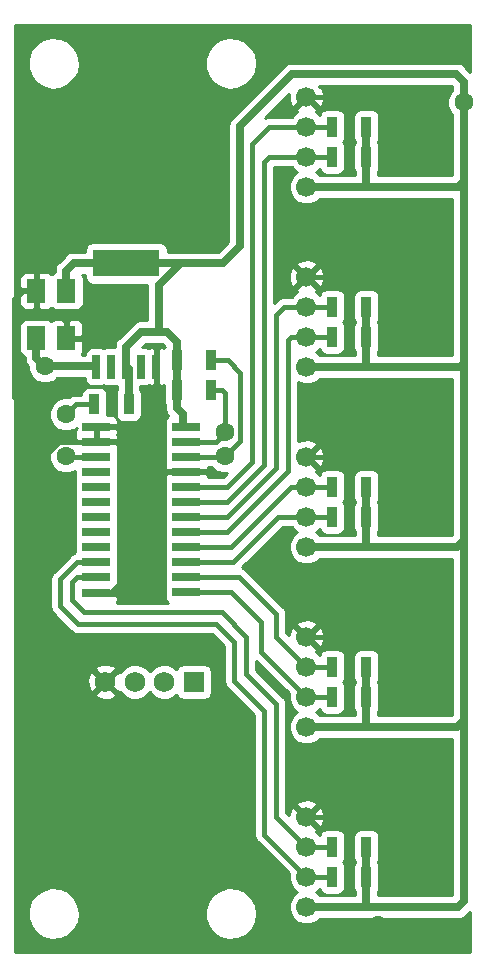
<source format=gbr>
G04 #@! TF.GenerationSoftware,KiCad,Pcbnew,(5.0.0-rc2-dev-632-g76d3b6f04)*
G04 #@! TF.CreationDate,2018-11-25T05:17:50+09:00*
G04 #@! TF.ProjectId,I2C_color_sensor_v1,4932435F636F6C6F725F73656E736F72,rev?*
G04 #@! TF.SameCoordinates,Original*
G04 #@! TF.FileFunction,Copper,L1,Top,Signal*
G04 #@! TF.FilePolarity,Positive*
%FSLAX46Y46*%
G04 Gerber Fmt 4.6, Leading zero omitted, Abs format (unit mm)*
G04 Created by KiCad (PCBNEW (5.0.0-rc2-dev-632-g76d3b6f04)) date 11/25/18 05:17:50*
%MOMM*%
%LPD*%
G01*
G04 APERTURE LIST*
%ADD10C,1.700000*%
%ADD11C,1.750000*%
%ADD12R,1.750000X1.750000*%
%ADD13R,5.700000X2.300000*%
%ADD14R,0.700000X2.000000*%
%ADD15R,1.600000X2.000000*%
%ADD16R,2.400000X0.762000*%
%ADD17R,0.900000X1.700000*%
%ADD18C,1.600000*%
%ADD19C,0.400000*%
%ADD20C,0.700000*%
%ADD21C,0.254000*%
G04 APERTURE END LIST*
D10*
X150400000Y-97330000D03*
X150400000Y-99870000D03*
X150400000Y-102410000D03*
X150400000Y-104950000D03*
D11*
X133375000Y-116380000D03*
X135875000Y-116380000D03*
X138375000Y-116380000D03*
D12*
X140875000Y-116380000D03*
D13*
X135160000Y-80945000D03*
D14*
X137700000Y-89695000D03*
X136430000Y-89695000D03*
X135160000Y-89695000D03*
X133890000Y-89695000D03*
X132620000Y-89695000D03*
D10*
X150400000Y-66850000D03*
X150400000Y-69390000D03*
X150400000Y-71930000D03*
X150400000Y-74470000D03*
X150400000Y-89710000D03*
X150400000Y-87170000D03*
X150400000Y-84630000D03*
X150400000Y-82090000D03*
X150400000Y-120190000D03*
X150400000Y-117650000D03*
X150400000Y-115110000D03*
X150400000Y-112570000D03*
X150400000Y-127810000D03*
X150400000Y-130350000D03*
X150400000Y-132890000D03*
X150400000Y-135430000D03*
D15*
X127540000Y-83265000D03*
X127540000Y-87265000D03*
X130080000Y-83265000D03*
X130080000Y-87265000D03*
D16*
X132620000Y-94790000D03*
X132620000Y-96060000D03*
X132620000Y-97330000D03*
X132620000Y-98600000D03*
X132620000Y-99870000D03*
X132620000Y-101140000D03*
X132620000Y-102410000D03*
X132620000Y-103680000D03*
X132620000Y-104950000D03*
X132620000Y-106220000D03*
X132620000Y-107490000D03*
X132620000Y-108887000D03*
X140240000Y-94790000D03*
X140240000Y-96060000D03*
X140240000Y-97330000D03*
X140240000Y-98600000D03*
X140240000Y-99870000D03*
X140240000Y-101140000D03*
X140240000Y-102410000D03*
X140240000Y-103680000D03*
X140240000Y-104950000D03*
X140240000Y-106220000D03*
X140240000Y-107490000D03*
X140240000Y-108760000D03*
D17*
X142325000Y-91694000D03*
X139425000Y-91694000D03*
X139425000Y-89154000D03*
X142325000Y-89154000D03*
X152580000Y-132890000D03*
X155480000Y-132890000D03*
X135340000Y-92885000D03*
X132440000Y-92885000D03*
X152580000Y-130350000D03*
X155480000Y-130350000D03*
X155480000Y-117650000D03*
X152580000Y-117650000D03*
X152580000Y-115110000D03*
X155480000Y-115110000D03*
X155480000Y-102410000D03*
X152580000Y-102410000D03*
X152580000Y-99870000D03*
X155480000Y-99870000D03*
X155480000Y-87170000D03*
X152580000Y-87170000D03*
X152580000Y-84630000D03*
X155480000Y-84630000D03*
X155480000Y-71930000D03*
X152580000Y-71930000D03*
X152580000Y-69390000D03*
X155480000Y-69390000D03*
D18*
X163735000Y-67310000D03*
X143510000Y-95250000D03*
X143510000Y-97282000D03*
X130080000Y-114475000D03*
X156750000Y-66850000D03*
X156750000Y-82090000D03*
X156750000Y-127810000D03*
X156750000Y-112570000D03*
X156750000Y-97330000D03*
X156500000Y-136999986D03*
X128270000Y-89662000D03*
X130048000Y-97282000D03*
X130048000Y-93726000D03*
D19*
X139605000Y-81070000D02*
X139730000Y-80945000D01*
X155480000Y-132890000D02*
X155480000Y-135430000D01*
X150400000Y-135430000D02*
X155480000Y-135430000D01*
X157206002Y-135430000D02*
X155480000Y-135430000D01*
X163100000Y-135430000D02*
X157206002Y-135430000D01*
D20*
X131610000Y-80945000D02*
X135160000Y-80945000D01*
X130700000Y-80945000D02*
X131610000Y-80945000D01*
X130080000Y-81565000D02*
X130700000Y-80945000D01*
X130080000Y-83265000D02*
X130080000Y-81565000D01*
X135340000Y-89875000D02*
X135160000Y-89695000D01*
X135340000Y-92885000D02*
X135340000Y-89875000D01*
X138710000Y-80945000D02*
X139730000Y-80945000D01*
X135160000Y-80945000D02*
X138710000Y-80945000D01*
X149177000Y-64945000D02*
X163100000Y-64945000D01*
X144780000Y-69342000D02*
X149177000Y-64945000D01*
X144780000Y-79502000D02*
X144780000Y-69342000D01*
X139730000Y-80945000D02*
X143337000Y-80945000D01*
X143337000Y-80945000D02*
X144780000Y-79502000D01*
X163100000Y-64945000D02*
X163735000Y-65580000D01*
X155480000Y-135398000D02*
X155480000Y-132890000D01*
X155448000Y-135430000D02*
X155480000Y-135398000D01*
X155448000Y-135430000D02*
X150400000Y-135430000D01*
X163100000Y-135430000D02*
X155448000Y-135430000D01*
X155480000Y-132890000D02*
X155480000Y-130350000D01*
X163100000Y-135430000D02*
X163274000Y-135430000D01*
X163322000Y-135382000D02*
X163735000Y-134969000D01*
X163179000Y-120190000D02*
X163735000Y-119634000D01*
X163735000Y-134969000D02*
X163735000Y-119634000D01*
X155480000Y-115110000D02*
X155480000Y-117650000D01*
X155480000Y-120158000D02*
X155448000Y-120190000D01*
X155480000Y-117650000D02*
X155480000Y-120158000D01*
X150400000Y-120190000D02*
X155448000Y-120190000D01*
X155448000Y-120190000D02*
X163179000Y-120190000D01*
X163179000Y-104950000D02*
X163735000Y-104394000D01*
X163735000Y-119634000D02*
X163735000Y-104394000D01*
X155480000Y-99870000D02*
X155480000Y-102410000D01*
X155480000Y-104728000D02*
X155702000Y-104950000D01*
X155480000Y-102410000D02*
X155480000Y-104728000D01*
X150400000Y-104950000D02*
X155702000Y-104950000D01*
X155702000Y-104950000D02*
X163179000Y-104950000D01*
X163433000Y-89710000D02*
X163735000Y-89408000D01*
X163735000Y-104394000D02*
X163735000Y-89408000D01*
X155480000Y-84630000D02*
X155480000Y-87170000D01*
X155480000Y-89488000D02*
X155702000Y-89710000D01*
X155480000Y-87170000D02*
X155480000Y-89488000D01*
X150400000Y-89710000D02*
X155702000Y-89710000D01*
X155702000Y-89710000D02*
X163433000Y-89710000D01*
X163735000Y-73914000D02*
X163735000Y-74009000D01*
X163735000Y-73914000D02*
X163735000Y-68120000D01*
X163735000Y-89408000D02*
X163735000Y-73914000D01*
X163735000Y-74009000D02*
X163274000Y-74470000D01*
X155480000Y-69390000D02*
X155480000Y-71930000D01*
X155480000Y-74438000D02*
X155448000Y-74470000D01*
X155480000Y-71930000D02*
X155480000Y-74438000D01*
X163274000Y-74470000D02*
X155448000Y-74470000D01*
X155448000Y-74470000D02*
X150400000Y-74470000D01*
X163735000Y-65580000D02*
X163735000Y-67310000D01*
X163735000Y-67310000D02*
X163735000Y-68120000D01*
X137922000Y-82753000D02*
X139605000Y-81070000D01*
X137922000Y-86757000D02*
X137922000Y-82753000D01*
X139425000Y-87609000D02*
X139425000Y-89154000D01*
X137922000Y-86757000D02*
X138573000Y-86757000D01*
X138573000Y-86757000D02*
X139425000Y-87609000D01*
X136398000Y-86757000D02*
X135160000Y-87995000D01*
X137922000Y-86757000D02*
X136398000Y-86757000D01*
X135160000Y-87995000D02*
X135160000Y-89695000D01*
X139425000Y-91694000D02*
X139425000Y-89154000D01*
X139425000Y-91694000D02*
X139425000Y-93197000D01*
X139425000Y-93197000D02*
X139954000Y-93726000D01*
X139954000Y-94504000D02*
X140240000Y-94790000D01*
X139954000Y-93726000D02*
X139954000Y-94504000D01*
D19*
X142700000Y-96060000D02*
X142710001Y-96049999D01*
X142710001Y-96049999D02*
X143510000Y-95250000D01*
X140240000Y-96060000D02*
X142700000Y-96060000D01*
X142325000Y-91694000D02*
X143256000Y-91694000D01*
X143256000Y-91694000D02*
X143510000Y-91948000D01*
X143510000Y-91948000D02*
X143510000Y-95250000D01*
X143462000Y-97330000D02*
X143510000Y-97282000D01*
X140240000Y-97330000D02*
X143462000Y-97330000D01*
X144309999Y-96482001D02*
X143510000Y-97282000D01*
X144817999Y-95974001D02*
X144309999Y-96482001D01*
X144817999Y-90969999D02*
X144817999Y-95974001D01*
X142325000Y-89154000D02*
X143764000Y-89154000D01*
X144817999Y-90207999D02*
X144817999Y-90969999D01*
X143764000Y-89154000D02*
X144817999Y-90207999D01*
X132620000Y-94790000D02*
X132620000Y-96060000D01*
X133782000Y-94790000D02*
X132620000Y-94790000D01*
X135275000Y-94790000D02*
X133782000Y-94790000D01*
X133782000Y-108887000D02*
X137065000Y-105604000D01*
X132620000Y-108887000D02*
X133782000Y-108887000D01*
X137065000Y-105604000D02*
X137065000Y-99235000D01*
X137700000Y-98600000D02*
X140240000Y-98600000D01*
X137065000Y-99235000D02*
X137700000Y-98600000D01*
X137065000Y-96580000D02*
X135275000Y-94790000D01*
X137065000Y-99235000D02*
X137065000Y-96580000D01*
X128339999Y-97165001D02*
X127540000Y-97965000D01*
X129445000Y-96060000D02*
X128339999Y-97165001D01*
X132620000Y-96060000D02*
X129445000Y-96060000D01*
X127540000Y-97965000D02*
X126740001Y-98764999D01*
X126740001Y-110030000D02*
X126740001Y-111135001D01*
X126740001Y-98764999D02*
X126740001Y-110030000D01*
X126740001Y-111135001D02*
X130080000Y-114475000D01*
X127540000Y-83265000D02*
X127540000Y-84630000D01*
X127540000Y-84630000D02*
X128175000Y-85265000D01*
X128175000Y-85265000D02*
X129445000Y-85265000D01*
X129445000Y-85265000D02*
X130080000Y-85900000D01*
X130080000Y-85900000D02*
X130080000Y-87265000D01*
X135275000Y-94790000D02*
X135795000Y-94790000D01*
X137700000Y-92885000D02*
X137700000Y-89695000D01*
X135795000Y-94790000D02*
X137700000Y-92885000D01*
X150400000Y-66850000D02*
X156750000Y-66850000D01*
X150400000Y-82090000D02*
X156750000Y-82090000D01*
X150400000Y-127810000D02*
X156750000Y-127810000D01*
X150400000Y-112570000D02*
X156750000Y-112570000D01*
X150400000Y-97330000D02*
X156750000Y-97330000D01*
X155368630Y-136999986D02*
X156500000Y-136999986D01*
X148499986Y-136999986D02*
X155368630Y-136999986D01*
X130080000Y-118580000D02*
X148499986Y-136999986D01*
X130080000Y-114475000D02*
X130080000Y-118580000D01*
X126746000Y-93361000D02*
X126746000Y-98806000D01*
X125635000Y-92250000D02*
X126746000Y-93361000D01*
X125635000Y-83995000D02*
X125635000Y-92250000D01*
X127540000Y-83265000D02*
X126365000Y-83265000D01*
X126365000Y-83265000D02*
X125635000Y-83995000D01*
X152580000Y-69390000D02*
X150400000Y-69390000D01*
X149197919Y-69390000D02*
X150400000Y-69390000D01*
X147225000Y-69390000D02*
X149197919Y-69390000D01*
X145796000Y-70819000D02*
X147225000Y-69390000D01*
X145796000Y-97790000D02*
X145796000Y-70819000D01*
X140240000Y-99870000D02*
X143716000Y-99870000D01*
X143716000Y-99870000D02*
X145796000Y-97790000D01*
X150400000Y-71930000D02*
X152580000Y-71930000D01*
X147225000Y-71930000D02*
X150400000Y-71930000D01*
X146812000Y-72343000D02*
X147225000Y-71930000D01*
X146812000Y-98044000D02*
X146812000Y-72343000D01*
X140240000Y-101140000D02*
X143716000Y-101140000D01*
X143716000Y-101140000D02*
X146812000Y-98044000D01*
X152580000Y-84630000D02*
X150400000Y-84630000D01*
X148495000Y-84630000D02*
X150400000Y-84630000D01*
X147828000Y-85297000D02*
X148495000Y-84630000D01*
X147828000Y-98298000D02*
X147828000Y-85297000D01*
X140240000Y-102410000D02*
X143716000Y-102410000D01*
X143716000Y-102410000D02*
X147828000Y-98298000D01*
X150400000Y-87170000D02*
X152580000Y-87170000D01*
X149130000Y-87170000D02*
X150400000Y-87170000D01*
X148844000Y-87456000D02*
X149130000Y-87170000D01*
X148844000Y-98552000D02*
X148844000Y-87456000D01*
X140240000Y-103680000D02*
X143716000Y-103680000D01*
X143716000Y-103680000D02*
X148844000Y-98552000D01*
X140240000Y-104950000D02*
X144050000Y-104950000D01*
X149130000Y-99870000D02*
X150400000Y-99870000D01*
X144050000Y-104950000D02*
X149130000Y-99870000D01*
X150400000Y-99870000D02*
X152580000Y-99870000D01*
X150400000Y-102410000D02*
X152580000Y-102410000D01*
X148034000Y-102410000D02*
X150400000Y-102410000D01*
X140240000Y-106220000D02*
X144224000Y-106220000D01*
X144224000Y-106220000D02*
X148034000Y-102410000D01*
X140240000Y-107490000D02*
X144685000Y-107490000D01*
X144685000Y-107490000D02*
X147860000Y-110665000D01*
X147860000Y-112570000D02*
X150400000Y-115110000D01*
X147860000Y-110665000D02*
X147860000Y-112570000D01*
X150400000Y-115110000D02*
X152580000Y-115110000D01*
X140240000Y-108760000D02*
X144050000Y-108760000D01*
X144050000Y-108760000D02*
X146590000Y-111300000D01*
X146590000Y-111300000D02*
X146590000Y-113840000D01*
X146590000Y-113840000D02*
X150400000Y-117650000D01*
X152580000Y-117650000D02*
X150400000Y-117650000D01*
X150400000Y-130350000D02*
X152580000Y-130350000D01*
X147860000Y-127810000D02*
X150400000Y-130350000D01*
X147860000Y-118285000D02*
X147860000Y-127810000D01*
X145320000Y-115745000D02*
X147860000Y-118285000D01*
X131016000Y-107490000D02*
X130556000Y-107950000D01*
X132620000Y-107490000D02*
X131016000Y-107490000D01*
X130556000Y-107950000D02*
X130556000Y-109474000D01*
X130556000Y-109474000D02*
X131572000Y-110490000D01*
X145320000Y-112570000D02*
X145320000Y-115745000D01*
X131572000Y-110490000D02*
X143240000Y-110490000D01*
X143240000Y-110490000D02*
X145320000Y-112570000D01*
X152580000Y-132890000D02*
X150400000Y-132890000D01*
X146812000Y-129302000D02*
X150400000Y-132890000D01*
X146812000Y-118872000D02*
X146812000Y-129302000D01*
X144272000Y-116332000D02*
X146812000Y-118872000D01*
X144272000Y-113030000D02*
X144272000Y-116332000D01*
X132620000Y-106220000D02*
X131016000Y-106220000D01*
X129540000Y-107696000D02*
X129540000Y-109982000D01*
X129540000Y-109982000D02*
X131064000Y-111506000D01*
X131016000Y-106220000D02*
X129540000Y-107696000D01*
X131064000Y-111506000D02*
X142748000Y-111506000D01*
X142748000Y-111506000D02*
X144272000Y-113030000D01*
X130730000Y-89695000D02*
X130715000Y-89710000D01*
X132620000Y-89695000D02*
X130730000Y-89695000D01*
X130715000Y-89710000D02*
X128175000Y-89710000D01*
X127540000Y-89075000D02*
X127540000Y-87265000D01*
X128175000Y-89710000D02*
X127540000Y-89075000D01*
D20*
X127540000Y-88932000D02*
X128270000Y-89662000D01*
X127540000Y-87265000D02*
X127540000Y-88932000D01*
X132587000Y-89662000D02*
X132620000Y-89695000D01*
X128270000Y-89662000D02*
X132587000Y-89662000D01*
D19*
X132620000Y-97330000D02*
X130096000Y-97330000D01*
X130096000Y-97330000D02*
X130048000Y-97282000D01*
X130847999Y-92926001D02*
X130048000Y-93726000D01*
X130889000Y-92885000D02*
X130847999Y-92926001D01*
X132440000Y-92885000D02*
X130889000Y-92885000D01*
D21*
G36*
X164265001Y-64717000D02*
X163865098Y-64317098D01*
X163810145Y-64234855D01*
X163484328Y-64017151D01*
X163197012Y-63960000D01*
X163197008Y-63960000D01*
X163100000Y-63940704D01*
X163002992Y-63960000D01*
X149274007Y-63960000D01*
X149176999Y-63940704D01*
X149079991Y-63960000D01*
X149079988Y-63960000D01*
X148792672Y-64017151D01*
X148466855Y-64234855D01*
X148411902Y-64317098D01*
X144152096Y-68576904D01*
X144069856Y-68631855D01*
X144014905Y-68714095D01*
X144014902Y-68714098D01*
X143852151Y-68957673D01*
X143775704Y-69342000D01*
X143795001Y-69439013D01*
X143795000Y-79094000D01*
X142929000Y-79960000D01*
X138657440Y-79960000D01*
X138657440Y-79795000D01*
X138608157Y-79547235D01*
X138467809Y-79337191D01*
X138257765Y-79196843D01*
X138010000Y-79147560D01*
X132310000Y-79147560D01*
X132062235Y-79196843D01*
X131852191Y-79337191D01*
X131711843Y-79547235D01*
X131662560Y-79795000D01*
X131662560Y-79960000D01*
X130797006Y-79960000D01*
X130699999Y-79940704D01*
X130602992Y-79960000D01*
X130602988Y-79960000D01*
X130315672Y-80017151D01*
X129989855Y-80234855D01*
X129934900Y-80317101D01*
X129452097Y-80799904D01*
X129369856Y-80854855D01*
X129314905Y-80937095D01*
X129314902Y-80937098D01*
X129152151Y-81180673D01*
X129075704Y-81565000D01*
X129093536Y-81654650D01*
X129032235Y-81666843D01*
X128822191Y-81807191D01*
X128805378Y-81832353D01*
X128699699Y-81726673D01*
X128466310Y-81630000D01*
X127825750Y-81630000D01*
X127667000Y-81788750D01*
X127667000Y-83138000D01*
X127687000Y-83138000D01*
X127687000Y-83392000D01*
X127667000Y-83392000D01*
X127667000Y-84741250D01*
X127825750Y-84900000D01*
X128466310Y-84900000D01*
X128699699Y-84803327D01*
X128805378Y-84697647D01*
X128822191Y-84722809D01*
X129032235Y-84863157D01*
X129280000Y-84912440D01*
X130880000Y-84912440D01*
X131127765Y-84863157D01*
X131337809Y-84722809D01*
X131478157Y-84512765D01*
X131527440Y-84265000D01*
X131527440Y-82265000D01*
X131478157Y-82017235D01*
X131419868Y-81930000D01*
X131662560Y-81930000D01*
X131662560Y-82095000D01*
X131711843Y-82342765D01*
X131852191Y-82552809D01*
X132062235Y-82693157D01*
X132310000Y-82742440D01*
X136919805Y-82742440D01*
X136917704Y-82753000D01*
X136937001Y-82850013D01*
X136937000Y-85772000D01*
X136495006Y-85772000D01*
X136397999Y-85752704D01*
X136300992Y-85772000D01*
X136300988Y-85772000D01*
X136013672Y-85829151D01*
X135687855Y-86046855D01*
X135632902Y-86129098D01*
X134532098Y-87229902D01*
X134449855Y-87284855D01*
X134232151Y-87610673D01*
X134175000Y-87897989D01*
X134175000Y-87897992D01*
X134155704Y-87995000D01*
X134166159Y-88047560D01*
X133540000Y-88047560D01*
X133292235Y-88096843D01*
X133255000Y-88121723D01*
X133217765Y-88096843D01*
X132970000Y-88047560D01*
X132270000Y-88047560D01*
X132022235Y-88096843D01*
X131812191Y-88237191D01*
X131671843Y-88447235D01*
X131626140Y-88677000D01*
X131366025Y-88677000D01*
X131418327Y-88624698D01*
X131515000Y-88391309D01*
X131515000Y-87550750D01*
X131356250Y-87392000D01*
X130207000Y-87392000D01*
X130207000Y-87412000D01*
X129953000Y-87412000D01*
X129953000Y-87392000D01*
X129933000Y-87392000D01*
X129933000Y-87138000D01*
X129953000Y-87138000D01*
X129953000Y-85788750D01*
X130207000Y-85788750D01*
X130207000Y-87138000D01*
X131356250Y-87138000D01*
X131515000Y-86979250D01*
X131515000Y-86138691D01*
X131418327Y-85905302D01*
X131239699Y-85726673D01*
X131006310Y-85630000D01*
X130365750Y-85630000D01*
X130207000Y-85788750D01*
X129953000Y-85788750D01*
X129794250Y-85630000D01*
X129153690Y-85630000D01*
X128920301Y-85726673D01*
X128814622Y-85832353D01*
X128797809Y-85807191D01*
X128587765Y-85666843D01*
X128340000Y-85617560D01*
X126740000Y-85617560D01*
X126492235Y-85666843D01*
X126282191Y-85807191D01*
X126141843Y-86017235D01*
X126092560Y-86265000D01*
X126092560Y-88265000D01*
X126141843Y-88512765D01*
X126282191Y-88722809D01*
X126492235Y-88863157D01*
X126547222Y-88874094D01*
X126535704Y-88932000D01*
X126612151Y-89316327D01*
X126774902Y-89559902D01*
X126774905Y-89559905D01*
X126829856Y-89642145D01*
X126835000Y-89645582D01*
X126835000Y-89947439D01*
X127053466Y-90474862D01*
X127457138Y-90878534D01*
X127984561Y-91097000D01*
X128555439Y-91097000D01*
X129082862Y-90878534D01*
X129314396Y-90647000D01*
X131622560Y-90647000D01*
X131622560Y-90695000D01*
X131671843Y-90942765D01*
X131812191Y-91152809D01*
X132022235Y-91293157D01*
X132270000Y-91342440D01*
X132970000Y-91342440D01*
X133217765Y-91293157D01*
X133255000Y-91268277D01*
X133292235Y-91293157D01*
X133540000Y-91342440D01*
X134240000Y-91342440D01*
X134355001Y-91319565D01*
X134355000Y-91692714D01*
X134291843Y-91787235D01*
X134242560Y-92035000D01*
X134242560Y-93735000D01*
X134291843Y-93982765D01*
X134291949Y-93982924D01*
X134179699Y-93870673D01*
X133946310Y-93774000D01*
X133529682Y-93774000D01*
X133537440Y-93735000D01*
X133537440Y-92035000D01*
X133488157Y-91787235D01*
X133347809Y-91577191D01*
X133137765Y-91436843D01*
X132890000Y-91387560D01*
X131990000Y-91387560D01*
X131742235Y-91436843D01*
X131532191Y-91577191D01*
X131391843Y-91787235D01*
X131342560Y-92035000D01*
X131342560Y-92050000D01*
X130971232Y-92050000D01*
X130888999Y-92033643D01*
X130806766Y-92050000D01*
X130806763Y-92050000D01*
X130563199Y-92098448D01*
X130286999Y-92282999D01*
X130281653Y-92291000D01*
X129762561Y-92291000D01*
X129235138Y-92509466D01*
X128831466Y-92913138D01*
X128613000Y-93440561D01*
X128613000Y-94011439D01*
X128831466Y-94538862D01*
X129235138Y-94942534D01*
X129762561Y-95161000D01*
X130333439Y-95161000D01*
X130860862Y-94942534D01*
X130886394Y-94917002D01*
X130943748Y-94917002D01*
X130785000Y-95075750D01*
X130785000Y-95297309D01*
X130837891Y-95425000D01*
X130785000Y-95552691D01*
X130785000Y-95774250D01*
X130943748Y-95932998D01*
X130785000Y-95932998D01*
X130785000Y-96034043D01*
X130333439Y-95847000D01*
X129762561Y-95847000D01*
X129235138Y-96065466D01*
X128831466Y-96469138D01*
X128613000Y-96996561D01*
X128613000Y-97567439D01*
X128831466Y-98094862D01*
X129235138Y-98498534D01*
X129762561Y-98717000D01*
X130333439Y-98717000D01*
X130772560Y-98535110D01*
X130772560Y-98981000D01*
X130821843Y-99228765D01*
X130826009Y-99235000D01*
X130821843Y-99241235D01*
X130772560Y-99489000D01*
X130772560Y-100251000D01*
X130821843Y-100498765D01*
X130826009Y-100505000D01*
X130821843Y-100511235D01*
X130772560Y-100759000D01*
X130772560Y-101521000D01*
X130821843Y-101768765D01*
X130826009Y-101775000D01*
X130821843Y-101781235D01*
X130772560Y-102029000D01*
X130772560Y-102791000D01*
X130821843Y-103038765D01*
X130826009Y-103045000D01*
X130821843Y-103051235D01*
X130772560Y-103299000D01*
X130772560Y-104061000D01*
X130821843Y-104308765D01*
X130826009Y-104315000D01*
X130821843Y-104321235D01*
X130772560Y-104569000D01*
X130772560Y-105331000D01*
X130789028Y-105413790D01*
X130690199Y-105433448D01*
X130413999Y-105617999D01*
X130367415Y-105687717D01*
X129007720Y-107047413D01*
X128937999Y-107093999D01*
X128753448Y-107370200D01*
X128705000Y-107613764D01*
X128705000Y-107613767D01*
X128688643Y-107696000D01*
X128705000Y-107778233D01*
X128705001Y-109899762D01*
X128688643Y-109982000D01*
X128753448Y-110307800D01*
X128753449Y-110307801D01*
X128938000Y-110584001D01*
X129007718Y-110630585D01*
X130415416Y-112038285D01*
X130461999Y-112108001D01*
X130531714Y-112154583D01*
X130531715Y-112154584D01*
X130612469Y-112208542D01*
X130738199Y-112292552D01*
X130981763Y-112341000D01*
X130981766Y-112341000D01*
X131063999Y-112357357D01*
X131146232Y-112341000D01*
X142402133Y-112341000D01*
X143437000Y-113375869D01*
X143437001Y-116249762D01*
X143420643Y-116332000D01*
X143485448Y-116657800D01*
X143580463Y-116800000D01*
X143670000Y-116934001D01*
X143739718Y-116980585D01*
X145977000Y-119217869D01*
X145977001Y-129219762D01*
X145960643Y-129302000D01*
X146025448Y-129627800D01*
X146025449Y-129627801D01*
X146210000Y-129904001D01*
X146279718Y-129950585D01*
X148917562Y-132588430D01*
X148915000Y-132594615D01*
X148915000Y-133185385D01*
X149141078Y-133731185D01*
X149558815Y-134148922D01*
X149585560Y-134160000D01*
X149558815Y-134171078D01*
X149141078Y-134588815D01*
X148915000Y-135134615D01*
X148915000Y-135725385D01*
X149141078Y-136271185D01*
X149558815Y-136688922D01*
X150104615Y-136915000D01*
X150695385Y-136915000D01*
X151241185Y-136688922D01*
X151515107Y-136415000D01*
X155350992Y-136415000D01*
X155448000Y-136434296D01*
X155545008Y-136415000D01*
X163371012Y-136415000D01*
X163658328Y-136357849D01*
X163984145Y-136140145D01*
X164039098Y-136057901D01*
X164265000Y-135831999D01*
X164265000Y-139265000D01*
X125735000Y-139265000D01*
X125735000Y-135651151D01*
X126797455Y-135651151D01*
X126803206Y-136383402D01*
X127045836Y-137074311D01*
X127499182Y-137649377D01*
X128114360Y-138046593D01*
X128825036Y-138223126D01*
X129554578Y-138159940D01*
X130224321Y-137863850D01*
X130762046Y-137366783D01*
X131109770Y-136722336D01*
X131230000Y-136000000D01*
X131229725Y-135964973D01*
X131172411Y-135651151D01*
X141797455Y-135651151D01*
X141803206Y-136383402D01*
X142045836Y-137074311D01*
X142499182Y-137649377D01*
X143114360Y-138046593D01*
X143825036Y-138223126D01*
X144554578Y-138159940D01*
X145224321Y-137863850D01*
X145762046Y-137366783D01*
X146109770Y-136722336D01*
X146230000Y-136000000D01*
X146229725Y-135964973D01*
X146098164Y-135244614D01*
X145740360Y-134605709D01*
X145194894Y-134117149D01*
X144520583Y-133831615D01*
X143790138Y-133779897D01*
X143082323Y-133967571D01*
X142473460Y-134374400D01*
X142029203Y-134956517D01*
X141797455Y-135651151D01*
X131172411Y-135651151D01*
X131098164Y-135244614D01*
X130740360Y-134605709D01*
X130194894Y-134117149D01*
X129520583Y-133831615D01*
X128790138Y-133779897D01*
X128082323Y-133967571D01*
X127473460Y-134374400D01*
X127029203Y-134956517D01*
X126797455Y-135651151D01*
X125735000Y-135651151D01*
X125735000Y-117442060D01*
X132492545Y-117442060D01*
X132575884Y-117695953D01*
X133140306Y-117901590D01*
X133740458Y-117875579D01*
X134174116Y-117695953D01*
X134257455Y-117442060D01*
X133375000Y-116559605D01*
X132492545Y-117442060D01*
X125735000Y-117442060D01*
X125735000Y-116145306D01*
X131853410Y-116145306D01*
X131879421Y-116745458D01*
X132059047Y-117179116D01*
X132312940Y-117262455D01*
X133195395Y-116380000D01*
X133554605Y-116380000D01*
X134437060Y-117262455D01*
X134585879Y-117213606D01*
X134594884Y-117235346D01*
X135019654Y-117660116D01*
X135574642Y-117890000D01*
X136175358Y-117890000D01*
X136730346Y-117660116D01*
X137125000Y-117265462D01*
X137519654Y-117660116D01*
X138074642Y-117890000D01*
X138675358Y-117890000D01*
X139230346Y-117660116D01*
X139399496Y-117490966D01*
X139401843Y-117502765D01*
X139542191Y-117712809D01*
X139752235Y-117853157D01*
X140000000Y-117902440D01*
X141750000Y-117902440D01*
X141997765Y-117853157D01*
X142207809Y-117712809D01*
X142348157Y-117502765D01*
X142397440Y-117255000D01*
X142397440Y-115505000D01*
X142348157Y-115257235D01*
X142207809Y-115047191D01*
X141997765Y-114906843D01*
X141750000Y-114857560D01*
X140000000Y-114857560D01*
X139752235Y-114906843D01*
X139542191Y-115047191D01*
X139401843Y-115257235D01*
X139399496Y-115269034D01*
X139230346Y-115099884D01*
X138675358Y-114870000D01*
X138074642Y-114870000D01*
X137519654Y-115099884D01*
X137125000Y-115494538D01*
X136730346Y-115099884D01*
X136175358Y-114870000D01*
X135574642Y-114870000D01*
X135019654Y-115099884D01*
X134594884Y-115524654D01*
X134585879Y-115546394D01*
X134437060Y-115497545D01*
X133554605Y-116380000D01*
X133195395Y-116380000D01*
X132312940Y-115497545D01*
X132059047Y-115580884D01*
X131853410Y-116145306D01*
X125735000Y-116145306D01*
X125735000Y-115317940D01*
X132492545Y-115317940D01*
X133375000Y-116200395D01*
X134257455Y-115317940D01*
X134174116Y-115064047D01*
X133609694Y-114858410D01*
X133009542Y-114884421D01*
X132575884Y-115064047D01*
X132492545Y-115317940D01*
X125735000Y-115317940D01*
X125735000Y-83550750D01*
X126105000Y-83550750D01*
X126105000Y-84391309D01*
X126201673Y-84624698D01*
X126380301Y-84803327D01*
X126613690Y-84900000D01*
X127254250Y-84900000D01*
X127413000Y-84741250D01*
X127413000Y-83392000D01*
X126263750Y-83392000D01*
X126105000Y-83550750D01*
X125735000Y-83550750D01*
X125735000Y-82138691D01*
X126105000Y-82138691D01*
X126105000Y-82979250D01*
X126263750Y-83138000D01*
X127413000Y-83138000D01*
X127413000Y-81788750D01*
X127254250Y-81630000D01*
X126613690Y-81630000D01*
X126380301Y-81726673D01*
X126201673Y-81905302D01*
X126105000Y-82138691D01*
X125735000Y-82138691D01*
X125735000Y-63651151D01*
X126797455Y-63651151D01*
X126803206Y-64383402D01*
X127045836Y-65074311D01*
X127499182Y-65649377D01*
X128114360Y-66046593D01*
X128825036Y-66223126D01*
X129554578Y-66159940D01*
X130224321Y-65863850D01*
X130762046Y-65366783D01*
X131109770Y-64722336D01*
X131230000Y-64000000D01*
X131229725Y-63964973D01*
X131172411Y-63651151D01*
X141797455Y-63651151D01*
X141803206Y-64383402D01*
X142045836Y-65074311D01*
X142499182Y-65649377D01*
X143114360Y-66046593D01*
X143825036Y-66223126D01*
X144554578Y-66159940D01*
X145224321Y-65863850D01*
X145762046Y-65366783D01*
X146109770Y-64722336D01*
X146230000Y-64000000D01*
X146229725Y-63964973D01*
X146098164Y-63244614D01*
X145740360Y-62605709D01*
X145194894Y-62117149D01*
X144520583Y-61831615D01*
X143790138Y-61779897D01*
X143082323Y-61967571D01*
X142473460Y-62374400D01*
X142029203Y-62956517D01*
X141797455Y-63651151D01*
X131172411Y-63651151D01*
X131098164Y-63244614D01*
X130740360Y-62605709D01*
X130194894Y-62117149D01*
X129520583Y-61831615D01*
X128790138Y-61779897D01*
X128082323Y-61967571D01*
X127473460Y-62374400D01*
X127029203Y-62956517D01*
X126797455Y-63651151D01*
X125735000Y-63651151D01*
X125735000Y-60735000D01*
X164265001Y-60735000D01*
X164265001Y-64717000D01*
X164265001Y-64717000D01*
G37*
X164265001Y-64717000D02*
X163865098Y-64317098D01*
X163810145Y-64234855D01*
X163484328Y-64017151D01*
X163197012Y-63960000D01*
X163197008Y-63960000D01*
X163100000Y-63940704D01*
X163002992Y-63960000D01*
X149274007Y-63960000D01*
X149176999Y-63940704D01*
X149079991Y-63960000D01*
X149079988Y-63960000D01*
X148792672Y-64017151D01*
X148466855Y-64234855D01*
X148411902Y-64317098D01*
X144152096Y-68576904D01*
X144069856Y-68631855D01*
X144014905Y-68714095D01*
X144014902Y-68714098D01*
X143852151Y-68957673D01*
X143775704Y-69342000D01*
X143795001Y-69439013D01*
X143795000Y-79094000D01*
X142929000Y-79960000D01*
X138657440Y-79960000D01*
X138657440Y-79795000D01*
X138608157Y-79547235D01*
X138467809Y-79337191D01*
X138257765Y-79196843D01*
X138010000Y-79147560D01*
X132310000Y-79147560D01*
X132062235Y-79196843D01*
X131852191Y-79337191D01*
X131711843Y-79547235D01*
X131662560Y-79795000D01*
X131662560Y-79960000D01*
X130797006Y-79960000D01*
X130699999Y-79940704D01*
X130602992Y-79960000D01*
X130602988Y-79960000D01*
X130315672Y-80017151D01*
X129989855Y-80234855D01*
X129934900Y-80317101D01*
X129452097Y-80799904D01*
X129369856Y-80854855D01*
X129314905Y-80937095D01*
X129314902Y-80937098D01*
X129152151Y-81180673D01*
X129075704Y-81565000D01*
X129093536Y-81654650D01*
X129032235Y-81666843D01*
X128822191Y-81807191D01*
X128805378Y-81832353D01*
X128699699Y-81726673D01*
X128466310Y-81630000D01*
X127825750Y-81630000D01*
X127667000Y-81788750D01*
X127667000Y-83138000D01*
X127687000Y-83138000D01*
X127687000Y-83392000D01*
X127667000Y-83392000D01*
X127667000Y-84741250D01*
X127825750Y-84900000D01*
X128466310Y-84900000D01*
X128699699Y-84803327D01*
X128805378Y-84697647D01*
X128822191Y-84722809D01*
X129032235Y-84863157D01*
X129280000Y-84912440D01*
X130880000Y-84912440D01*
X131127765Y-84863157D01*
X131337809Y-84722809D01*
X131478157Y-84512765D01*
X131527440Y-84265000D01*
X131527440Y-82265000D01*
X131478157Y-82017235D01*
X131419868Y-81930000D01*
X131662560Y-81930000D01*
X131662560Y-82095000D01*
X131711843Y-82342765D01*
X131852191Y-82552809D01*
X132062235Y-82693157D01*
X132310000Y-82742440D01*
X136919805Y-82742440D01*
X136917704Y-82753000D01*
X136937001Y-82850013D01*
X136937000Y-85772000D01*
X136495006Y-85772000D01*
X136397999Y-85752704D01*
X136300992Y-85772000D01*
X136300988Y-85772000D01*
X136013672Y-85829151D01*
X135687855Y-86046855D01*
X135632902Y-86129098D01*
X134532098Y-87229902D01*
X134449855Y-87284855D01*
X134232151Y-87610673D01*
X134175000Y-87897989D01*
X134175000Y-87897992D01*
X134155704Y-87995000D01*
X134166159Y-88047560D01*
X133540000Y-88047560D01*
X133292235Y-88096843D01*
X133255000Y-88121723D01*
X133217765Y-88096843D01*
X132970000Y-88047560D01*
X132270000Y-88047560D01*
X132022235Y-88096843D01*
X131812191Y-88237191D01*
X131671843Y-88447235D01*
X131626140Y-88677000D01*
X131366025Y-88677000D01*
X131418327Y-88624698D01*
X131515000Y-88391309D01*
X131515000Y-87550750D01*
X131356250Y-87392000D01*
X130207000Y-87392000D01*
X130207000Y-87412000D01*
X129953000Y-87412000D01*
X129953000Y-87392000D01*
X129933000Y-87392000D01*
X129933000Y-87138000D01*
X129953000Y-87138000D01*
X129953000Y-85788750D01*
X130207000Y-85788750D01*
X130207000Y-87138000D01*
X131356250Y-87138000D01*
X131515000Y-86979250D01*
X131515000Y-86138691D01*
X131418327Y-85905302D01*
X131239699Y-85726673D01*
X131006310Y-85630000D01*
X130365750Y-85630000D01*
X130207000Y-85788750D01*
X129953000Y-85788750D01*
X129794250Y-85630000D01*
X129153690Y-85630000D01*
X128920301Y-85726673D01*
X128814622Y-85832353D01*
X128797809Y-85807191D01*
X128587765Y-85666843D01*
X128340000Y-85617560D01*
X126740000Y-85617560D01*
X126492235Y-85666843D01*
X126282191Y-85807191D01*
X126141843Y-86017235D01*
X126092560Y-86265000D01*
X126092560Y-88265000D01*
X126141843Y-88512765D01*
X126282191Y-88722809D01*
X126492235Y-88863157D01*
X126547222Y-88874094D01*
X126535704Y-88932000D01*
X126612151Y-89316327D01*
X126774902Y-89559902D01*
X126774905Y-89559905D01*
X126829856Y-89642145D01*
X126835000Y-89645582D01*
X126835000Y-89947439D01*
X127053466Y-90474862D01*
X127457138Y-90878534D01*
X127984561Y-91097000D01*
X128555439Y-91097000D01*
X129082862Y-90878534D01*
X129314396Y-90647000D01*
X131622560Y-90647000D01*
X131622560Y-90695000D01*
X131671843Y-90942765D01*
X131812191Y-91152809D01*
X132022235Y-91293157D01*
X132270000Y-91342440D01*
X132970000Y-91342440D01*
X133217765Y-91293157D01*
X133255000Y-91268277D01*
X133292235Y-91293157D01*
X133540000Y-91342440D01*
X134240000Y-91342440D01*
X134355001Y-91319565D01*
X134355000Y-91692714D01*
X134291843Y-91787235D01*
X134242560Y-92035000D01*
X134242560Y-93735000D01*
X134291843Y-93982765D01*
X134291949Y-93982924D01*
X134179699Y-93870673D01*
X133946310Y-93774000D01*
X133529682Y-93774000D01*
X133537440Y-93735000D01*
X133537440Y-92035000D01*
X133488157Y-91787235D01*
X133347809Y-91577191D01*
X133137765Y-91436843D01*
X132890000Y-91387560D01*
X131990000Y-91387560D01*
X131742235Y-91436843D01*
X131532191Y-91577191D01*
X131391843Y-91787235D01*
X131342560Y-92035000D01*
X131342560Y-92050000D01*
X130971232Y-92050000D01*
X130888999Y-92033643D01*
X130806766Y-92050000D01*
X130806763Y-92050000D01*
X130563199Y-92098448D01*
X130286999Y-92282999D01*
X130281653Y-92291000D01*
X129762561Y-92291000D01*
X129235138Y-92509466D01*
X128831466Y-92913138D01*
X128613000Y-93440561D01*
X128613000Y-94011439D01*
X128831466Y-94538862D01*
X129235138Y-94942534D01*
X129762561Y-95161000D01*
X130333439Y-95161000D01*
X130860862Y-94942534D01*
X130886394Y-94917002D01*
X130943748Y-94917002D01*
X130785000Y-95075750D01*
X130785000Y-95297309D01*
X130837891Y-95425000D01*
X130785000Y-95552691D01*
X130785000Y-95774250D01*
X130943748Y-95932998D01*
X130785000Y-95932998D01*
X130785000Y-96034043D01*
X130333439Y-95847000D01*
X129762561Y-95847000D01*
X129235138Y-96065466D01*
X128831466Y-96469138D01*
X128613000Y-96996561D01*
X128613000Y-97567439D01*
X128831466Y-98094862D01*
X129235138Y-98498534D01*
X129762561Y-98717000D01*
X130333439Y-98717000D01*
X130772560Y-98535110D01*
X130772560Y-98981000D01*
X130821843Y-99228765D01*
X130826009Y-99235000D01*
X130821843Y-99241235D01*
X130772560Y-99489000D01*
X130772560Y-100251000D01*
X130821843Y-100498765D01*
X130826009Y-100505000D01*
X130821843Y-100511235D01*
X130772560Y-100759000D01*
X130772560Y-101521000D01*
X130821843Y-101768765D01*
X130826009Y-101775000D01*
X130821843Y-101781235D01*
X130772560Y-102029000D01*
X130772560Y-102791000D01*
X130821843Y-103038765D01*
X130826009Y-103045000D01*
X130821843Y-103051235D01*
X130772560Y-103299000D01*
X130772560Y-104061000D01*
X130821843Y-104308765D01*
X130826009Y-104315000D01*
X130821843Y-104321235D01*
X130772560Y-104569000D01*
X130772560Y-105331000D01*
X130789028Y-105413790D01*
X130690199Y-105433448D01*
X130413999Y-105617999D01*
X130367415Y-105687717D01*
X129007720Y-107047413D01*
X128937999Y-107093999D01*
X128753448Y-107370200D01*
X128705000Y-107613764D01*
X128705000Y-107613767D01*
X128688643Y-107696000D01*
X128705000Y-107778233D01*
X128705001Y-109899762D01*
X128688643Y-109982000D01*
X128753448Y-110307800D01*
X128753449Y-110307801D01*
X128938000Y-110584001D01*
X129007718Y-110630585D01*
X130415416Y-112038285D01*
X130461999Y-112108001D01*
X130531714Y-112154583D01*
X130531715Y-112154584D01*
X130612469Y-112208542D01*
X130738199Y-112292552D01*
X130981763Y-112341000D01*
X130981766Y-112341000D01*
X131063999Y-112357357D01*
X131146232Y-112341000D01*
X142402133Y-112341000D01*
X143437000Y-113375869D01*
X143437001Y-116249762D01*
X143420643Y-116332000D01*
X143485448Y-116657800D01*
X143580463Y-116800000D01*
X143670000Y-116934001D01*
X143739718Y-116980585D01*
X145977000Y-119217869D01*
X145977001Y-129219762D01*
X145960643Y-129302000D01*
X146025448Y-129627800D01*
X146025449Y-129627801D01*
X146210000Y-129904001D01*
X146279718Y-129950585D01*
X148917562Y-132588430D01*
X148915000Y-132594615D01*
X148915000Y-133185385D01*
X149141078Y-133731185D01*
X149558815Y-134148922D01*
X149585560Y-134160000D01*
X149558815Y-134171078D01*
X149141078Y-134588815D01*
X148915000Y-135134615D01*
X148915000Y-135725385D01*
X149141078Y-136271185D01*
X149558815Y-136688922D01*
X150104615Y-136915000D01*
X150695385Y-136915000D01*
X151241185Y-136688922D01*
X151515107Y-136415000D01*
X155350992Y-136415000D01*
X155448000Y-136434296D01*
X155545008Y-136415000D01*
X163371012Y-136415000D01*
X163658328Y-136357849D01*
X163984145Y-136140145D01*
X164039098Y-136057901D01*
X164265000Y-135831999D01*
X164265000Y-139265000D01*
X125735000Y-139265000D01*
X125735000Y-135651151D01*
X126797455Y-135651151D01*
X126803206Y-136383402D01*
X127045836Y-137074311D01*
X127499182Y-137649377D01*
X128114360Y-138046593D01*
X128825036Y-138223126D01*
X129554578Y-138159940D01*
X130224321Y-137863850D01*
X130762046Y-137366783D01*
X131109770Y-136722336D01*
X131230000Y-136000000D01*
X131229725Y-135964973D01*
X131172411Y-135651151D01*
X141797455Y-135651151D01*
X141803206Y-136383402D01*
X142045836Y-137074311D01*
X142499182Y-137649377D01*
X143114360Y-138046593D01*
X143825036Y-138223126D01*
X144554578Y-138159940D01*
X145224321Y-137863850D01*
X145762046Y-137366783D01*
X146109770Y-136722336D01*
X146230000Y-136000000D01*
X146229725Y-135964973D01*
X146098164Y-135244614D01*
X145740360Y-134605709D01*
X145194894Y-134117149D01*
X144520583Y-133831615D01*
X143790138Y-133779897D01*
X143082323Y-133967571D01*
X142473460Y-134374400D01*
X142029203Y-134956517D01*
X141797455Y-135651151D01*
X131172411Y-135651151D01*
X131098164Y-135244614D01*
X130740360Y-134605709D01*
X130194894Y-134117149D01*
X129520583Y-133831615D01*
X128790138Y-133779897D01*
X128082323Y-133967571D01*
X127473460Y-134374400D01*
X127029203Y-134956517D01*
X126797455Y-135651151D01*
X125735000Y-135651151D01*
X125735000Y-117442060D01*
X132492545Y-117442060D01*
X132575884Y-117695953D01*
X133140306Y-117901590D01*
X133740458Y-117875579D01*
X134174116Y-117695953D01*
X134257455Y-117442060D01*
X133375000Y-116559605D01*
X132492545Y-117442060D01*
X125735000Y-117442060D01*
X125735000Y-116145306D01*
X131853410Y-116145306D01*
X131879421Y-116745458D01*
X132059047Y-117179116D01*
X132312940Y-117262455D01*
X133195395Y-116380000D01*
X133554605Y-116380000D01*
X134437060Y-117262455D01*
X134585879Y-117213606D01*
X134594884Y-117235346D01*
X135019654Y-117660116D01*
X135574642Y-117890000D01*
X136175358Y-117890000D01*
X136730346Y-117660116D01*
X137125000Y-117265462D01*
X137519654Y-117660116D01*
X138074642Y-117890000D01*
X138675358Y-117890000D01*
X139230346Y-117660116D01*
X139399496Y-117490966D01*
X139401843Y-117502765D01*
X139542191Y-117712809D01*
X139752235Y-117853157D01*
X140000000Y-117902440D01*
X141750000Y-117902440D01*
X141997765Y-117853157D01*
X142207809Y-117712809D01*
X142348157Y-117502765D01*
X142397440Y-117255000D01*
X142397440Y-115505000D01*
X142348157Y-115257235D01*
X142207809Y-115047191D01*
X141997765Y-114906843D01*
X141750000Y-114857560D01*
X140000000Y-114857560D01*
X139752235Y-114906843D01*
X139542191Y-115047191D01*
X139401843Y-115257235D01*
X139399496Y-115269034D01*
X139230346Y-115099884D01*
X138675358Y-114870000D01*
X138074642Y-114870000D01*
X137519654Y-115099884D01*
X137125000Y-115494538D01*
X136730346Y-115099884D01*
X136175358Y-114870000D01*
X135574642Y-114870000D01*
X135019654Y-115099884D01*
X134594884Y-115524654D01*
X134585879Y-115546394D01*
X134437060Y-115497545D01*
X133554605Y-116380000D01*
X133195395Y-116380000D01*
X132312940Y-115497545D01*
X132059047Y-115580884D01*
X131853410Y-116145306D01*
X125735000Y-116145306D01*
X125735000Y-115317940D01*
X132492545Y-115317940D01*
X133375000Y-116200395D01*
X134257455Y-115317940D01*
X134174116Y-115064047D01*
X133609694Y-114858410D01*
X133009542Y-114884421D01*
X132575884Y-115064047D01*
X132492545Y-115317940D01*
X125735000Y-115317940D01*
X125735000Y-83550750D01*
X126105000Y-83550750D01*
X126105000Y-84391309D01*
X126201673Y-84624698D01*
X126380301Y-84803327D01*
X126613690Y-84900000D01*
X127254250Y-84900000D01*
X127413000Y-84741250D01*
X127413000Y-83392000D01*
X126263750Y-83392000D01*
X126105000Y-83550750D01*
X125735000Y-83550750D01*
X125735000Y-82138691D01*
X126105000Y-82138691D01*
X126105000Y-82979250D01*
X126263750Y-83138000D01*
X127413000Y-83138000D01*
X127413000Y-81788750D01*
X127254250Y-81630000D01*
X126613690Y-81630000D01*
X126380301Y-81726673D01*
X126201673Y-81905302D01*
X126105000Y-82138691D01*
X125735000Y-82138691D01*
X125735000Y-63651151D01*
X126797455Y-63651151D01*
X126803206Y-64383402D01*
X127045836Y-65074311D01*
X127499182Y-65649377D01*
X128114360Y-66046593D01*
X128825036Y-66223126D01*
X129554578Y-66159940D01*
X130224321Y-65863850D01*
X130762046Y-65366783D01*
X131109770Y-64722336D01*
X131230000Y-64000000D01*
X131229725Y-63964973D01*
X131172411Y-63651151D01*
X141797455Y-63651151D01*
X141803206Y-64383402D01*
X142045836Y-65074311D01*
X142499182Y-65649377D01*
X143114360Y-66046593D01*
X143825036Y-66223126D01*
X144554578Y-66159940D01*
X145224321Y-65863850D01*
X145762046Y-65366783D01*
X146109770Y-64722336D01*
X146230000Y-64000000D01*
X146229725Y-63964973D01*
X146098164Y-63244614D01*
X145740360Y-62605709D01*
X145194894Y-62117149D01*
X144520583Y-61831615D01*
X143790138Y-61779897D01*
X143082323Y-61967571D01*
X142473460Y-62374400D01*
X142029203Y-62956517D01*
X141797455Y-63651151D01*
X131172411Y-63651151D01*
X131098164Y-63244614D01*
X130740360Y-62605709D01*
X130194894Y-62117149D01*
X129520583Y-61831615D01*
X128790138Y-61779897D01*
X128082323Y-61967571D01*
X127473460Y-62374400D01*
X127029203Y-62956517D01*
X126797455Y-63651151D01*
X125735000Y-63651151D01*
X125735000Y-60735000D01*
X164265001Y-60735000D01*
X164265001Y-64717000D01*
G36*
X148917562Y-117348430D02*
X148915000Y-117354615D01*
X148915000Y-117945385D01*
X149141078Y-118491185D01*
X149558815Y-118908922D01*
X149585560Y-118920000D01*
X149558815Y-118931078D01*
X149141078Y-119348815D01*
X148915000Y-119894615D01*
X148915000Y-120485385D01*
X149141078Y-121031185D01*
X149558815Y-121448922D01*
X150104615Y-121675000D01*
X150695385Y-121675000D01*
X151241185Y-121448922D01*
X151515107Y-121175000D01*
X155350992Y-121175000D01*
X155448000Y-121194296D01*
X155545008Y-121175000D01*
X162750001Y-121175000D01*
X162750000Y-134445000D01*
X156465000Y-134445000D01*
X156465000Y-134082285D01*
X156528157Y-133987765D01*
X156577440Y-133740000D01*
X156577440Y-132040000D01*
X156528157Y-131792235D01*
X156465000Y-131697715D01*
X156465000Y-131542285D01*
X156528157Y-131447765D01*
X156577440Y-131200000D01*
X156577440Y-129500000D01*
X156528157Y-129252235D01*
X156387809Y-129042191D01*
X156177765Y-128901843D01*
X155930000Y-128852560D01*
X155030000Y-128852560D01*
X154782235Y-128901843D01*
X154572191Y-129042191D01*
X154431843Y-129252235D01*
X154382560Y-129500000D01*
X154382560Y-131200000D01*
X154431843Y-131447765D01*
X154495001Y-131542286D01*
X154495000Y-131697714D01*
X154431843Y-131792235D01*
X154382560Y-132040000D01*
X154382560Y-133740000D01*
X154431843Y-133987765D01*
X154495001Y-134082286D01*
X154495000Y-134445000D01*
X151515107Y-134445000D01*
X151241185Y-134171078D01*
X151214440Y-134160000D01*
X151241185Y-134148922D01*
X151510358Y-133879749D01*
X151531843Y-133987765D01*
X151672191Y-134197809D01*
X151882235Y-134338157D01*
X152130000Y-134387440D01*
X153030000Y-134387440D01*
X153277765Y-134338157D01*
X153487809Y-134197809D01*
X153628157Y-133987765D01*
X153677440Y-133740000D01*
X153677440Y-132040000D01*
X153628157Y-131792235D01*
X153513072Y-131620000D01*
X153628157Y-131447765D01*
X153677440Y-131200000D01*
X153677440Y-129500000D01*
X153628157Y-129252235D01*
X153487809Y-129042191D01*
X153277765Y-128901843D01*
X153030000Y-128852560D01*
X152130000Y-128852560D01*
X151882235Y-128901843D01*
X151672191Y-129042191D01*
X151531843Y-129252235D01*
X151510358Y-129360251D01*
X151241185Y-129091078D01*
X151194753Y-129071845D01*
X151264353Y-128853958D01*
X150400000Y-127989605D01*
X150385858Y-128003748D01*
X150206253Y-127824143D01*
X150220395Y-127810000D01*
X150579605Y-127810000D01*
X151443958Y-128674353D01*
X151695259Y-128594080D01*
X151896718Y-128038721D01*
X151870315Y-127448542D01*
X151695259Y-127025920D01*
X151443958Y-126945647D01*
X150579605Y-127810000D01*
X150220395Y-127810000D01*
X149356042Y-126945647D01*
X149104741Y-127025920D01*
X148903282Y-127581279D01*
X148907550Y-127676683D01*
X148695000Y-127464133D01*
X148695000Y-126766042D01*
X149535647Y-126766042D01*
X150400000Y-127630395D01*
X151264353Y-126766042D01*
X151184080Y-126514741D01*
X150628721Y-126313282D01*
X150038542Y-126339685D01*
X149615920Y-126514741D01*
X149535647Y-126766042D01*
X148695000Y-126766042D01*
X148695000Y-118367232D01*
X148711357Y-118284999D01*
X148695000Y-118202764D01*
X148695000Y-118202763D01*
X148646552Y-117959199D01*
X148462001Y-117682999D01*
X148392286Y-117636417D01*
X146155000Y-115399133D01*
X146155000Y-114585867D01*
X148917562Y-117348430D01*
X148917562Y-117348430D01*
G37*
X148917562Y-117348430D02*
X148915000Y-117354615D01*
X148915000Y-117945385D01*
X149141078Y-118491185D01*
X149558815Y-118908922D01*
X149585560Y-118920000D01*
X149558815Y-118931078D01*
X149141078Y-119348815D01*
X148915000Y-119894615D01*
X148915000Y-120485385D01*
X149141078Y-121031185D01*
X149558815Y-121448922D01*
X150104615Y-121675000D01*
X150695385Y-121675000D01*
X151241185Y-121448922D01*
X151515107Y-121175000D01*
X155350992Y-121175000D01*
X155448000Y-121194296D01*
X155545008Y-121175000D01*
X162750001Y-121175000D01*
X162750000Y-134445000D01*
X156465000Y-134445000D01*
X156465000Y-134082285D01*
X156528157Y-133987765D01*
X156577440Y-133740000D01*
X156577440Y-132040000D01*
X156528157Y-131792235D01*
X156465000Y-131697715D01*
X156465000Y-131542285D01*
X156528157Y-131447765D01*
X156577440Y-131200000D01*
X156577440Y-129500000D01*
X156528157Y-129252235D01*
X156387809Y-129042191D01*
X156177765Y-128901843D01*
X155930000Y-128852560D01*
X155030000Y-128852560D01*
X154782235Y-128901843D01*
X154572191Y-129042191D01*
X154431843Y-129252235D01*
X154382560Y-129500000D01*
X154382560Y-131200000D01*
X154431843Y-131447765D01*
X154495001Y-131542286D01*
X154495000Y-131697714D01*
X154431843Y-131792235D01*
X154382560Y-132040000D01*
X154382560Y-133740000D01*
X154431843Y-133987765D01*
X154495001Y-134082286D01*
X154495000Y-134445000D01*
X151515107Y-134445000D01*
X151241185Y-134171078D01*
X151214440Y-134160000D01*
X151241185Y-134148922D01*
X151510358Y-133879749D01*
X151531843Y-133987765D01*
X151672191Y-134197809D01*
X151882235Y-134338157D01*
X152130000Y-134387440D01*
X153030000Y-134387440D01*
X153277765Y-134338157D01*
X153487809Y-134197809D01*
X153628157Y-133987765D01*
X153677440Y-133740000D01*
X153677440Y-132040000D01*
X153628157Y-131792235D01*
X153513072Y-131620000D01*
X153628157Y-131447765D01*
X153677440Y-131200000D01*
X153677440Y-129500000D01*
X153628157Y-129252235D01*
X153487809Y-129042191D01*
X153277765Y-128901843D01*
X153030000Y-128852560D01*
X152130000Y-128852560D01*
X151882235Y-128901843D01*
X151672191Y-129042191D01*
X151531843Y-129252235D01*
X151510358Y-129360251D01*
X151241185Y-129091078D01*
X151194753Y-129071845D01*
X151264353Y-128853958D01*
X150400000Y-127989605D01*
X150385858Y-128003748D01*
X150206253Y-127824143D01*
X150220395Y-127810000D01*
X150579605Y-127810000D01*
X151443958Y-128674353D01*
X151695259Y-128594080D01*
X151896718Y-128038721D01*
X151870315Y-127448542D01*
X151695259Y-127025920D01*
X151443958Y-126945647D01*
X150579605Y-127810000D01*
X150220395Y-127810000D01*
X149356042Y-126945647D01*
X149104741Y-127025920D01*
X148903282Y-127581279D01*
X148907550Y-127676683D01*
X148695000Y-127464133D01*
X148695000Y-126766042D01*
X149535647Y-126766042D01*
X150400000Y-127630395D01*
X151264353Y-126766042D01*
X151184080Y-126514741D01*
X150628721Y-126313282D01*
X150038542Y-126339685D01*
X149615920Y-126514741D01*
X149535647Y-126766042D01*
X148695000Y-126766042D01*
X148695000Y-118367232D01*
X148711357Y-118284999D01*
X148695000Y-118202764D01*
X148695000Y-118202763D01*
X148646552Y-117959199D01*
X148462001Y-117682999D01*
X148392286Y-117636417D01*
X146155000Y-115399133D01*
X146155000Y-114585867D01*
X148917562Y-117348430D01*
G36*
X149141078Y-103251185D02*
X149558815Y-103668922D01*
X149585560Y-103680000D01*
X149558815Y-103691078D01*
X149141078Y-104108815D01*
X148915000Y-104654615D01*
X148915000Y-105245385D01*
X149141078Y-105791185D01*
X149558815Y-106208922D01*
X150104615Y-106435000D01*
X150695385Y-106435000D01*
X151241185Y-106208922D01*
X151515107Y-105935000D01*
X155604992Y-105935000D01*
X155701999Y-105954296D01*
X155799006Y-105935000D01*
X162750001Y-105935000D01*
X162750000Y-119205000D01*
X156465000Y-119205000D01*
X156465000Y-118842285D01*
X156528157Y-118747765D01*
X156577440Y-118500000D01*
X156577440Y-116800000D01*
X156528157Y-116552235D01*
X156465000Y-116457715D01*
X156465000Y-116302285D01*
X156528157Y-116207765D01*
X156577440Y-115960000D01*
X156577440Y-114260000D01*
X156528157Y-114012235D01*
X156387809Y-113802191D01*
X156177765Y-113661843D01*
X155930000Y-113612560D01*
X155030000Y-113612560D01*
X154782235Y-113661843D01*
X154572191Y-113802191D01*
X154431843Y-114012235D01*
X154382560Y-114260000D01*
X154382560Y-115960000D01*
X154431843Y-116207765D01*
X154495000Y-116302286D01*
X154495001Y-116457714D01*
X154431843Y-116552235D01*
X154382560Y-116800000D01*
X154382560Y-118500000D01*
X154431843Y-118747765D01*
X154495000Y-118842286D01*
X154495001Y-119205000D01*
X151515107Y-119205000D01*
X151241185Y-118931078D01*
X151214440Y-118920000D01*
X151241185Y-118908922D01*
X151510358Y-118639749D01*
X151531843Y-118747765D01*
X151672191Y-118957809D01*
X151882235Y-119098157D01*
X152130000Y-119147440D01*
X153030000Y-119147440D01*
X153277765Y-119098157D01*
X153487809Y-118957809D01*
X153628157Y-118747765D01*
X153677440Y-118500000D01*
X153677440Y-116800000D01*
X153628157Y-116552235D01*
X153513072Y-116380000D01*
X153628157Y-116207765D01*
X153677440Y-115960000D01*
X153677440Y-114260000D01*
X153628157Y-114012235D01*
X153487809Y-113802191D01*
X153277765Y-113661843D01*
X153030000Y-113612560D01*
X152130000Y-113612560D01*
X151882235Y-113661843D01*
X151672191Y-113802191D01*
X151531843Y-114012235D01*
X151510358Y-114120251D01*
X151241185Y-113851078D01*
X151194753Y-113831845D01*
X151264353Y-113613958D01*
X150400000Y-112749605D01*
X150385858Y-112763748D01*
X150206253Y-112584143D01*
X150220395Y-112570000D01*
X150579605Y-112570000D01*
X151443958Y-113434353D01*
X151695259Y-113354080D01*
X151896718Y-112798721D01*
X151870315Y-112208542D01*
X151695259Y-111785920D01*
X151443958Y-111705647D01*
X150579605Y-112570000D01*
X150220395Y-112570000D01*
X149356042Y-111705647D01*
X149104741Y-111785920D01*
X148903282Y-112341279D01*
X148907550Y-112436683D01*
X148695000Y-112224133D01*
X148695000Y-111526042D01*
X149535647Y-111526042D01*
X150400000Y-112390395D01*
X151264353Y-111526042D01*
X151184080Y-111274741D01*
X150628721Y-111073282D01*
X150038542Y-111099685D01*
X149615920Y-111274741D01*
X149535647Y-111526042D01*
X148695000Y-111526042D01*
X148695000Y-110747232D01*
X148711357Y-110664999D01*
X148695000Y-110582764D01*
X148695000Y-110582763D01*
X148646552Y-110339199D01*
X148462001Y-110062999D01*
X148392283Y-110016415D01*
X145333587Y-106957720D01*
X145287001Y-106887999D01*
X145010801Y-106703448D01*
X144936248Y-106688619D01*
X148379868Y-103245000D01*
X149138516Y-103245000D01*
X149141078Y-103251185D01*
X149141078Y-103251185D01*
G37*
X149141078Y-103251185D02*
X149558815Y-103668922D01*
X149585560Y-103680000D01*
X149558815Y-103691078D01*
X149141078Y-104108815D01*
X148915000Y-104654615D01*
X148915000Y-105245385D01*
X149141078Y-105791185D01*
X149558815Y-106208922D01*
X150104615Y-106435000D01*
X150695385Y-106435000D01*
X151241185Y-106208922D01*
X151515107Y-105935000D01*
X155604992Y-105935000D01*
X155701999Y-105954296D01*
X155799006Y-105935000D01*
X162750001Y-105935000D01*
X162750000Y-119205000D01*
X156465000Y-119205000D01*
X156465000Y-118842285D01*
X156528157Y-118747765D01*
X156577440Y-118500000D01*
X156577440Y-116800000D01*
X156528157Y-116552235D01*
X156465000Y-116457715D01*
X156465000Y-116302285D01*
X156528157Y-116207765D01*
X156577440Y-115960000D01*
X156577440Y-114260000D01*
X156528157Y-114012235D01*
X156387809Y-113802191D01*
X156177765Y-113661843D01*
X155930000Y-113612560D01*
X155030000Y-113612560D01*
X154782235Y-113661843D01*
X154572191Y-113802191D01*
X154431843Y-114012235D01*
X154382560Y-114260000D01*
X154382560Y-115960000D01*
X154431843Y-116207765D01*
X154495000Y-116302286D01*
X154495001Y-116457714D01*
X154431843Y-116552235D01*
X154382560Y-116800000D01*
X154382560Y-118500000D01*
X154431843Y-118747765D01*
X154495000Y-118842286D01*
X154495001Y-119205000D01*
X151515107Y-119205000D01*
X151241185Y-118931078D01*
X151214440Y-118920000D01*
X151241185Y-118908922D01*
X151510358Y-118639749D01*
X151531843Y-118747765D01*
X151672191Y-118957809D01*
X151882235Y-119098157D01*
X152130000Y-119147440D01*
X153030000Y-119147440D01*
X153277765Y-119098157D01*
X153487809Y-118957809D01*
X153628157Y-118747765D01*
X153677440Y-118500000D01*
X153677440Y-116800000D01*
X153628157Y-116552235D01*
X153513072Y-116380000D01*
X153628157Y-116207765D01*
X153677440Y-115960000D01*
X153677440Y-114260000D01*
X153628157Y-114012235D01*
X153487809Y-113802191D01*
X153277765Y-113661843D01*
X153030000Y-113612560D01*
X152130000Y-113612560D01*
X151882235Y-113661843D01*
X151672191Y-113802191D01*
X151531843Y-114012235D01*
X151510358Y-114120251D01*
X151241185Y-113851078D01*
X151194753Y-113831845D01*
X151264353Y-113613958D01*
X150400000Y-112749605D01*
X150385858Y-112763748D01*
X150206253Y-112584143D01*
X150220395Y-112570000D01*
X150579605Y-112570000D01*
X151443958Y-113434353D01*
X151695259Y-113354080D01*
X151896718Y-112798721D01*
X151870315Y-112208542D01*
X151695259Y-111785920D01*
X151443958Y-111705647D01*
X150579605Y-112570000D01*
X150220395Y-112570000D01*
X149356042Y-111705647D01*
X149104741Y-111785920D01*
X148903282Y-112341279D01*
X148907550Y-112436683D01*
X148695000Y-112224133D01*
X148695000Y-111526042D01*
X149535647Y-111526042D01*
X150400000Y-112390395D01*
X151264353Y-111526042D01*
X151184080Y-111274741D01*
X150628721Y-111073282D01*
X150038542Y-111099685D01*
X149615920Y-111274741D01*
X149535647Y-111526042D01*
X148695000Y-111526042D01*
X148695000Y-110747232D01*
X148711357Y-110664999D01*
X148695000Y-110582764D01*
X148695000Y-110582763D01*
X148646552Y-110339199D01*
X148462001Y-110062999D01*
X148392283Y-110016415D01*
X145333587Y-106957720D01*
X145287001Y-106887999D01*
X145010801Y-106703448D01*
X144936248Y-106688619D01*
X148379868Y-103245000D01*
X149138516Y-103245000D01*
X149141078Y-103251185D01*
G36*
X137922000Y-87761297D02*
X138019012Y-87742000D01*
X138165000Y-87742000D01*
X138417855Y-87994856D01*
X138376843Y-88056235D01*
X138360887Y-88136455D01*
X138176309Y-88060000D01*
X137985750Y-88060000D01*
X137827000Y-88218750D01*
X137827000Y-89568000D01*
X137847000Y-89568000D01*
X137847000Y-89822000D01*
X137827000Y-89822000D01*
X137827000Y-91171250D01*
X137985750Y-91330000D01*
X138176309Y-91330000D01*
X138327560Y-91267350D01*
X138327560Y-92544000D01*
X138376843Y-92791765D01*
X138440001Y-92886287D01*
X138440001Y-93099988D01*
X138420704Y-93197000D01*
X138497151Y-93581327D01*
X138659902Y-93824902D01*
X138659905Y-93824905D01*
X138694254Y-93876312D01*
X138582191Y-93951191D01*
X138441843Y-94161235D01*
X138392560Y-94409000D01*
X138392560Y-95171000D01*
X138441843Y-95418765D01*
X138446009Y-95425000D01*
X138441843Y-95431235D01*
X138392560Y-95679000D01*
X138392560Y-96441000D01*
X138441843Y-96688765D01*
X138446009Y-96695000D01*
X138441843Y-96701235D01*
X138392560Y-96949000D01*
X138392560Y-97711000D01*
X138441843Y-97958765D01*
X138453344Y-97975978D01*
X138405000Y-98092691D01*
X138405000Y-98314250D01*
X138563750Y-98473000D01*
X140113000Y-98473000D01*
X140113000Y-98453000D01*
X140367000Y-98453000D01*
X140367000Y-98473000D01*
X141916250Y-98473000D01*
X142075000Y-98314250D01*
X142075000Y-98165000D01*
X142363604Y-98165000D01*
X142697138Y-98498534D01*
X143224561Y-98717000D01*
X143688133Y-98717000D01*
X143370133Y-99035000D01*
X142075000Y-99035000D01*
X142075000Y-98885750D01*
X141916250Y-98727000D01*
X140367000Y-98727000D01*
X140367000Y-98747000D01*
X140113000Y-98747000D01*
X140113000Y-98727000D01*
X138563750Y-98727000D01*
X138405000Y-98885750D01*
X138405000Y-99107309D01*
X138453344Y-99224022D01*
X138441843Y-99241235D01*
X138392560Y-99489000D01*
X138392560Y-100251000D01*
X138441843Y-100498765D01*
X138446009Y-100505000D01*
X138441843Y-100511235D01*
X138392560Y-100759000D01*
X138392560Y-101521000D01*
X138441843Y-101768765D01*
X138446009Y-101775000D01*
X138441843Y-101781235D01*
X138392560Y-102029000D01*
X138392560Y-102791000D01*
X138441843Y-103038765D01*
X138446009Y-103045000D01*
X138441843Y-103051235D01*
X138392560Y-103299000D01*
X138392560Y-104061000D01*
X138441843Y-104308765D01*
X138446009Y-104315000D01*
X138441843Y-104321235D01*
X138392560Y-104569000D01*
X138392560Y-105331000D01*
X138441843Y-105578765D01*
X138446009Y-105585000D01*
X138441843Y-105591235D01*
X138392560Y-105839000D01*
X138392560Y-106601000D01*
X138441843Y-106848765D01*
X138446009Y-106855000D01*
X138441843Y-106861235D01*
X138392560Y-107109000D01*
X138392560Y-107871000D01*
X138441843Y-108118765D01*
X138446009Y-108125000D01*
X138441843Y-108131235D01*
X138392560Y-108379000D01*
X138392560Y-109141000D01*
X138441843Y-109388765D01*
X138582191Y-109598809D01*
X138666286Y-109655000D01*
X134331025Y-109655000D01*
X134358327Y-109627698D01*
X134455000Y-109394309D01*
X134455000Y-109172750D01*
X134296250Y-109014000D01*
X132747000Y-109014000D01*
X132747000Y-109034000D01*
X132493000Y-109034000D01*
X132493000Y-109014000D01*
X132473000Y-109014000D01*
X132473000Y-108760000D01*
X132493000Y-108760000D01*
X132493000Y-108740000D01*
X132747000Y-108740000D01*
X132747000Y-108760000D01*
X134296250Y-108760000D01*
X134455000Y-108601250D01*
X134455000Y-108379691D01*
X134374182Y-108184578D01*
X134418157Y-108118765D01*
X134467440Y-107871000D01*
X134467440Y-107109000D01*
X134418157Y-106861235D01*
X134413991Y-106855000D01*
X134418157Y-106848765D01*
X134467440Y-106601000D01*
X134467440Y-105839000D01*
X134418157Y-105591235D01*
X134413991Y-105585000D01*
X134418157Y-105578765D01*
X134467440Y-105331000D01*
X134467440Y-104569000D01*
X134418157Y-104321235D01*
X134413991Y-104315000D01*
X134418157Y-104308765D01*
X134467440Y-104061000D01*
X134467440Y-103299000D01*
X134418157Y-103051235D01*
X134413991Y-103045000D01*
X134418157Y-103038765D01*
X134467440Y-102791000D01*
X134467440Y-102029000D01*
X134418157Y-101781235D01*
X134413991Y-101775000D01*
X134418157Y-101768765D01*
X134467440Y-101521000D01*
X134467440Y-100759000D01*
X134418157Y-100511235D01*
X134413991Y-100505000D01*
X134418157Y-100498765D01*
X134467440Y-100251000D01*
X134467440Y-99489000D01*
X134418157Y-99241235D01*
X134413991Y-99235000D01*
X134418157Y-99228765D01*
X134467440Y-98981000D01*
X134467440Y-98219000D01*
X134418157Y-97971235D01*
X134413991Y-97965000D01*
X134418157Y-97958765D01*
X134467440Y-97711000D01*
X134467440Y-96949000D01*
X134418157Y-96701235D01*
X134406656Y-96684022D01*
X134455000Y-96567309D01*
X134455000Y-96345750D01*
X134296250Y-96187000D01*
X132747000Y-96187000D01*
X132747000Y-96207000D01*
X132493000Y-96207000D01*
X132493000Y-96187000D01*
X132473000Y-96187000D01*
X132473000Y-95933000D01*
X132493000Y-95933000D01*
X132493000Y-94917000D01*
X132747000Y-94917000D01*
X132747000Y-95933000D01*
X134296250Y-95933000D01*
X134455000Y-95774250D01*
X134455000Y-95552691D01*
X134402109Y-95425000D01*
X134455000Y-95297309D01*
X134455000Y-95075750D01*
X134296250Y-94917000D01*
X132747000Y-94917000D01*
X132493000Y-94917000D01*
X132473000Y-94917000D01*
X132473000Y-94663000D01*
X132493000Y-94663000D01*
X132493000Y-94643000D01*
X132747000Y-94643000D01*
X132747000Y-94663000D01*
X134296250Y-94663000D01*
X134455000Y-94504250D01*
X134455000Y-94282691D01*
X134394249Y-94136025D01*
X134432191Y-94192809D01*
X134642235Y-94333157D01*
X134890000Y-94382440D01*
X135790000Y-94382440D01*
X136037765Y-94333157D01*
X136247809Y-94192809D01*
X136388157Y-93982765D01*
X136437440Y-93735000D01*
X136437440Y-92035000D01*
X136388157Y-91787235D01*
X136325000Y-91692715D01*
X136325000Y-91342440D01*
X136780000Y-91342440D01*
X137027765Y-91293157D01*
X137068704Y-91265802D01*
X137223691Y-91330000D01*
X137414250Y-91330000D01*
X137573000Y-91171250D01*
X137573000Y-89822000D01*
X137553000Y-89822000D01*
X137553000Y-89568000D01*
X137573000Y-89568000D01*
X137573000Y-88218750D01*
X137414250Y-88060000D01*
X137223691Y-88060000D01*
X137068704Y-88124198D01*
X137027765Y-88096843D01*
X136780000Y-88047560D01*
X136500440Y-88047560D01*
X136806000Y-87742000D01*
X137824988Y-87742000D01*
X137922000Y-87761297D01*
X137922000Y-87761297D01*
G37*
X137922000Y-87761297D02*
X138019012Y-87742000D01*
X138165000Y-87742000D01*
X138417855Y-87994856D01*
X138376843Y-88056235D01*
X138360887Y-88136455D01*
X138176309Y-88060000D01*
X137985750Y-88060000D01*
X137827000Y-88218750D01*
X137827000Y-89568000D01*
X137847000Y-89568000D01*
X137847000Y-89822000D01*
X137827000Y-89822000D01*
X137827000Y-91171250D01*
X137985750Y-91330000D01*
X138176309Y-91330000D01*
X138327560Y-91267350D01*
X138327560Y-92544000D01*
X138376843Y-92791765D01*
X138440001Y-92886287D01*
X138440001Y-93099988D01*
X138420704Y-93197000D01*
X138497151Y-93581327D01*
X138659902Y-93824902D01*
X138659905Y-93824905D01*
X138694254Y-93876312D01*
X138582191Y-93951191D01*
X138441843Y-94161235D01*
X138392560Y-94409000D01*
X138392560Y-95171000D01*
X138441843Y-95418765D01*
X138446009Y-95425000D01*
X138441843Y-95431235D01*
X138392560Y-95679000D01*
X138392560Y-96441000D01*
X138441843Y-96688765D01*
X138446009Y-96695000D01*
X138441843Y-96701235D01*
X138392560Y-96949000D01*
X138392560Y-97711000D01*
X138441843Y-97958765D01*
X138453344Y-97975978D01*
X138405000Y-98092691D01*
X138405000Y-98314250D01*
X138563750Y-98473000D01*
X140113000Y-98473000D01*
X140113000Y-98453000D01*
X140367000Y-98453000D01*
X140367000Y-98473000D01*
X141916250Y-98473000D01*
X142075000Y-98314250D01*
X142075000Y-98165000D01*
X142363604Y-98165000D01*
X142697138Y-98498534D01*
X143224561Y-98717000D01*
X143688133Y-98717000D01*
X143370133Y-99035000D01*
X142075000Y-99035000D01*
X142075000Y-98885750D01*
X141916250Y-98727000D01*
X140367000Y-98727000D01*
X140367000Y-98747000D01*
X140113000Y-98747000D01*
X140113000Y-98727000D01*
X138563750Y-98727000D01*
X138405000Y-98885750D01*
X138405000Y-99107309D01*
X138453344Y-99224022D01*
X138441843Y-99241235D01*
X138392560Y-99489000D01*
X138392560Y-100251000D01*
X138441843Y-100498765D01*
X138446009Y-100505000D01*
X138441843Y-100511235D01*
X138392560Y-100759000D01*
X138392560Y-101521000D01*
X138441843Y-101768765D01*
X138446009Y-101775000D01*
X138441843Y-101781235D01*
X138392560Y-102029000D01*
X138392560Y-102791000D01*
X138441843Y-103038765D01*
X138446009Y-103045000D01*
X138441843Y-103051235D01*
X138392560Y-103299000D01*
X138392560Y-104061000D01*
X138441843Y-104308765D01*
X138446009Y-104315000D01*
X138441843Y-104321235D01*
X138392560Y-104569000D01*
X138392560Y-105331000D01*
X138441843Y-105578765D01*
X138446009Y-105585000D01*
X138441843Y-105591235D01*
X138392560Y-105839000D01*
X138392560Y-106601000D01*
X138441843Y-106848765D01*
X138446009Y-106855000D01*
X138441843Y-106861235D01*
X138392560Y-107109000D01*
X138392560Y-107871000D01*
X138441843Y-108118765D01*
X138446009Y-108125000D01*
X138441843Y-108131235D01*
X138392560Y-108379000D01*
X138392560Y-109141000D01*
X138441843Y-109388765D01*
X138582191Y-109598809D01*
X138666286Y-109655000D01*
X134331025Y-109655000D01*
X134358327Y-109627698D01*
X134455000Y-109394309D01*
X134455000Y-109172750D01*
X134296250Y-109014000D01*
X132747000Y-109014000D01*
X132747000Y-109034000D01*
X132493000Y-109034000D01*
X132493000Y-109014000D01*
X132473000Y-109014000D01*
X132473000Y-108760000D01*
X132493000Y-108760000D01*
X132493000Y-108740000D01*
X132747000Y-108740000D01*
X132747000Y-108760000D01*
X134296250Y-108760000D01*
X134455000Y-108601250D01*
X134455000Y-108379691D01*
X134374182Y-108184578D01*
X134418157Y-108118765D01*
X134467440Y-107871000D01*
X134467440Y-107109000D01*
X134418157Y-106861235D01*
X134413991Y-106855000D01*
X134418157Y-106848765D01*
X134467440Y-106601000D01*
X134467440Y-105839000D01*
X134418157Y-105591235D01*
X134413991Y-105585000D01*
X134418157Y-105578765D01*
X134467440Y-105331000D01*
X134467440Y-104569000D01*
X134418157Y-104321235D01*
X134413991Y-104315000D01*
X134418157Y-104308765D01*
X134467440Y-104061000D01*
X134467440Y-103299000D01*
X134418157Y-103051235D01*
X134413991Y-103045000D01*
X134418157Y-103038765D01*
X134467440Y-102791000D01*
X134467440Y-102029000D01*
X134418157Y-101781235D01*
X134413991Y-101775000D01*
X134418157Y-101768765D01*
X134467440Y-101521000D01*
X134467440Y-100759000D01*
X134418157Y-100511235D01*
X134413991Y-100505000D01*
X134418157Y-100498765D01*
X134467440Y-100251000D01*
X134467440Y-99489000D01*
X134418157Y-99241235D01*
X134413991Y-99235000D01*
X134418157Y-99228765D01*
X134467440Y-98981000D01*
X134467440Y-98219000D01*
X134418157Y-97971235D01*
X134413991Y-97965000D01*
X134418157Y-97958765D01*
X134467440Y-97711000D01*
X134467440Y-96949000D01*
X134418157Y-96701235D01*
X134406656Y-96684022D01*
X134455000Y-96567309D01*
X134455000Y-96345750D01*
X134296250Y-96187000D01*
X132747000Y-96187000D01*
X132747000Y-96207000D01*
X132493000Y-96207000D01*
X132493000Y-96187000D01*
X132473000Y-96187000D01*
X132473000Y-95933000D01*
X132493000Y-95933000D01*
X132493000Y-94917000D01*
X132747000Y-94917000D01*
X132747000Y-95933000D01*
X134296250Y-95933000D01*
X134455000Y-95774250D01*
X134455000Y-95552691D01*
X134402109Y-95425000D01*
X134455000Y-95297309D01*
X134455000Y-95075750D01*
X134296250Y-94917000D01*
X132747000Y-94917000D01*
X132493000Y-94917000D01*
X132473000Y-94917000D01*
X132473000Y-94663000D01*
X132493000Y-94663000D01*
X132493000Y-94643000D01*
X132747000Y-94643000D01*
X132747000Y-94663000D01*
X134296250Y-94663000D01*
X134455000Y-94504250D01*
X134455000Y-94282691D01*
X134394249Y-94136025D01*
X134432191Y-94192809D01*
X134642235Y-94333157D01*
X134890000Y-94382440D01*
X135790000Y-94382440D01*
X136037765Y-94333157D01*
X136247809Y-94192809D01*
X136388157Y-93982765D01*
X136437440Y-93735000D01*
X136437440Y-92035000D01*
X136388157Y-91787235D01*
X136325000Y-91692715D01*
X136325000Y-91342440D01*
X136780000Y-91342440D01*
X137027765Y-91293157D01*
X137068704Y-91265802D01*
X137223691Y-91330000D01*
X137414250Y-91330000D01*
X137573000Y-91171250D01*
X137573000Y-89822000D01*
X137553000Y-89822000D01*
X137553000Y-89568000D01*
X137573000Y-89568000D01*
X137573000Y-88218750D01*
X137414250Y-88060000D01*
X137223691Y-88060000D01*
X137068704Y-88124198D01*
X137027765Y-88096843D01*
X136780000Y-88047560D01*
X136500440Y-88047560D01*
X136806000Y-87742000D01*
X137824988Y-87742000D01*
X137922000Y-87761297D01*
G36*
X155701999Y-90714296D02*
X155799006Y-90695000D01*
X162750001Y-90695000D01*
X162750000Y-103965000D01*
X156465000Y-103965000D01*
X156465000Y-103602285D01*
X156528157Y-103507765D01*
X156577440Y-103260000D01*
X156577440Y-101560000D01*
X156528157Y-101312235D01*
X156465000Y-101217715D01*
X156465000Y-101062285D01*
X156528157Y-100967765D01*
X156577440Y-100720000D01*
X156577440Y-99020000D01*
X156528157Y-98772235D01*
X156387809Y-98562191D01*
X156177765Y-98421843D01*
X155930000Y-98372560D01*
X155030000Y-98372560D01*
X154782235Y-98421843D01*
X154572191Y-98562191D01*
X154431843Y-98772235D01*
X154382560Y-99020000D01*
X154382560Y-100720000D01*
X154431843Y-100967765D01*
X154495000Y-101062286D01*
X154495001Y-101217714D01*
X154431843Y-101312235D01*
X154382560Y-101560000D01*
X154382560Y-103260000D01*
X154431843Y-103507765D01*
X154495001Y-103602286D01*
X154495001Y-103965000D01*
X151515107Y-103965000D01*
X151241185Y-103691078D01*
X151214440Y-103680000D01*
X151241185Y-103668922D01*
X151510358Y-103399749D01*
X151531843Y-103507765D01*
X151672191Y-103717809D01*
X151882235Y-103858157D01*
X152130000Y-103907440D01*
X153030000Y-103907440D01*
X153277765Y-103858157D01*
X153487809Y-103717809D01*
X153628157Y-103507765D01*
X153677440Y-103260000D01*
X153677440Y-101560000D01*
X153628157Y-101312235D01*
X153513072Y-101140000D01*
X153628157Y-100967765D01*
X153677440Y-100720000D01*
X153677440Y-99020000D01*
X153628157Y-98772235D01*
X153487809Y-98562191D01*
X153277765Y-98421843D01*
X153030000Y-98372560D01*
X152130000Y-98372560D01*
X151882235Y-98421843D01*
X151672191Y-98562191D01*
X151531843Y-98772235D01*
X151510358Y-98880251D01*
X151241185Y-98611078D01*
X151194753Y-98591845D01*
X151264353Y-98373958D01*
X150400000Y-97509605D01*
X150385858Y-97523748D01*
X150206253Y-97344143D01*
X150220395Y-97330000D01*
X150579605Y-97330000D01*
X151443958Y-98194353D01*
X151695259Y-98114080D01*
X151896718Y-97558721D01*
X151870315Y-96968542D01*
X151695259Y-96545920D01*
X151443958Y-96465647D01*
X150579605Y-97330000D01*
X150220395Y-97330000D01*
X150206253Y-97315858D01*
X150385858Y-97136253D01*
X150400000Y-97150395D01*
X151264353Y-96286042D01*
X151184080Y-96034741D01*
X150628721Y-95833282D01*
X150038542Y-95859685D01*
X149679000Y-96008612D01*
X149679000Y-91018704D01*
X150104615Y-91195000D01*
X150695385Y-91195000D01*
X151241185Y-90968922D01*
X151515107Y-90695000D01*
X155604992Y-90695000D01*
X155701999Y-90714296D01*
X155701999Y-90714296D01*
G37*
X155701999Y-90714296D02*
X155799006Y-90695000D01*
X162750001Y-90695000D01*
X162750000Y-103965000D01*
X156465000Y-103965000D01*
X156465000Y-103602285D01*
X156528157Y-103507765D01*
X156577440Y-103260000D01*
X156577440Y-101560000D01*
X156528157Y-101312235D01*
X156465000Y-101217715D01*
X156465000Y-101062285D01*
X156528157Y-100967765D01*
X156577440Y-100720000D01*
X156577440Y-99020000D01*
X156528157Y-98772235D01*
X156387809Y-98562191D01*
X156177765Y-98421843D01*
X155930000Y-98372560D01*
X155030000Y-98372560D01*
X154782235Y-98421843D01*
X154572191Y-98562191D01*
X154431843Y-98772235D01*
X154382560Y-99020000D01*
X154382560Y-100720000D01*
X154431843Y-100967765D01*
X154495000Y-101062286D01*
X154495001Y-101217714D01*
X154431843Y-101312235D01*
X154382560Y-101560000D01*
X154382560Y-103260000D01*
X154431843Y-103507765D01*
X154495001Y-103602286D01*
X154495001Y-103965000D01*
X151515107Y-103965000D01*
X151241185Y-103691078D01*
X151214440Y-103680000D01*
X151241185Y-103668922D01*
X151510358Y-103399749D01*
X151531843Y-103507765D01*
X151672191Y-103717809D01*
X151882235Y-103858157D01*
X152130000Y-103907440D01*
X153030000Y-103907440D01*
X153277765Y-103858157D01*
X153487809Y-103717809D01*
X153628157Y-103507765D01*
X153677440Y-103260000D01*
X153677440Y-101560000D01*
X153628157Y-101312235D01*
X153513072Y-101140000D01*
X153628157Y-100967765D01*
X153677440Y-100720000D01*
X153677440Y-99020000D01*
X153628157Y-98772235D01*
X153487809Y-98562191D01*
X153277765Y-98421843D01*
X153030000Y-98372560D01*
X152130000Y-98372560D01*
X151882235Y-98421843D01*
X151672191Y-98562191D01*
X151531843Y-98772235D01*
X151510358Y-98880251D01*
X151241185Y-98611078D01*
X151194753Y-98591845D01*
X151264353Y-98373958D01*
X150400000Y-97509605D01*
X150385858Y-97523748D01*
X150206253Y-97344143D01*
X150220395Y-97330000D01*
X150579605Y-97330000D01*
X151443958Y-98194353D01*
X151695259Y-98114080D01*
X151896718Y-97558721D01*
X151870315Y-96968542D01*
X151695259Y-96545920D01*
X151443958Y-96465647D01*
X150579605Y-97330000D01*
X150220395Y-97330000D01*
X150206253Y-97315858D01*
X150385858Y-97136253D01*
X150400000Y-97150395D01*
X151264353Y-96286042D01*
X151184080Y-96034741D01*
X150628721Y-95833282D01*
X150038542Y-95859685D01*
X149679000Y-96008612D01*
X149679000Y-91018704D01*
X150104615Y-91195000D01*
X150695385Y-91195000D01*
X151241185Y-90968922D01*
X151515107Y-90695000D01*
X155604992Y-90695000D01*
X155701999Y-90714296D01*
G36*
X149141078Y-72771185D02*
X149558815Y-73188922D01*
X149585560Y-73200000D01*
X149558815Y-73211078D01*
X149141078Y-73628815D01*
X148915000Y-74174615D01*
X148915000Y-74765385D01*
X149141078Y-75311185D01*
X149558815Y-75728922D01*
X150104615Y-75955000D01*
X150695385Y-75955000D01*
X151241185Y-75728922D01*
X151515107Y-75455000D01*
X155350992Y-75455000D01*
X155448000Y-75474296D01*
X155545008Y-75455000D01*
X162750001Y-75455000D01*
X162750000Y-88725000D01*
X156465000Y-88725000D01*
X156465000Y-88362285D01*
X156528157Y-88267765D01*
X156577440Y-88020000D01*
X156577440Y-86320000D01*
X156528157Y-86072235D01*
X156465000Y-85977715D01*
X156465000Y-85822285D01*
X156528157Y-85727765D01*
X156577440Y-85480000D01*
X156577440Y-83780000D01*
X156528157Y-83532235D01*
X156387809Y-83322191D01*
X156177765Y-83181843D01*
X155930000Y-83132560D01*
X155030000Y-83132560D01*
X154782235Y-83181843D01*
X154572191Y-83322191D01*
X154431843Y-83532235D01*
X154382560Y-83780000D01*
X154382560Y-85480000D01*
X154431843Y-85727765D01*
X154495000Y-85822286D01*
X154495001Y-85977714D01*
X154431843Y-86072235D01*
X154382560Y-86320000D01*
X154382560Y-88020000D01*
X154431843Y-88267765D01*
X154495001Y-88362286D01*
X154495001Y-88725000D01*
X151515107Y-88725000D01*
X151241185Y-88451078D01*
X151214440Y-88440000D01*
X151241185Y-88428922D01*
X151510358Y-88159749D01*
X151531843Y-88267765D01*
X151672191Y-88477809D01*
X151882235Y-88618157D01*
X152130000Y-88667440D01*
X153030000Y-88667440D01*
X153277765Y-88618157D01*
X153487809Y-88477809D01*
X153628157Y-88267765D01*
X153677440Y-88020000D01*
X153677440Y-86320000D01*
X153628157Y-86072235D01*
X153513072Y-85900000D01*
X153628157Y-85727765D01*
X153677440Y-85480000D01*
X153677440Y-83780000D01*
X153628157Y-83532235D01*
X153487809Y-83322191D01*
X153277765Y-83181843D01*
X153030000Y-83132560D01*
X152130000Y-83132560D01*
X151882235Y-83181843D01*
X151672191Y-83322191D01*
X151531843Y-83532235D01*
X151510358Y-83640251D01*
X151241185Y-83371078D01*
X151194753Y-83351845D01*
X151264353Y-83133958D01*
X150400000Y-82269605D01*
X149535647Y-83133958D01*
X149605247Y-83351845D01*
X149558815Y-83371078D01*
X149141078Y-83788815D01*
X149138516Y-83795000D01*
X148577232Y-83795000D01*
X148494999Y-83778643D01*
X148412766Y-83795000D01*
X148412763Y-83795000D01*
X148169199Y-83843448D01*
X147972101Y-83975145D01*
X147892999Y-84027999D01*
X147846416Y-84097715D01*
X147647000Y-84297132D01*
X147647000Y-81861279D01*
X148903282Y-81861279D01*
X148929685Y-82451458D01*
X149104741Y-82874080D01*
X149356042Y-82954353D01*
X150220395Y-82090000D01*
X150579605Y-82090000D01*
X151443958Y-82954353D01*
X151695259Y-82874080D01*
X151896718Y-82318721D01*
X151870315Y-81728542D01*
X151695259Y-81305920D01*
X151443958Y-81225647D01*
X150579605Y-82090000D01*
X150220395Y-82090000D01*
X149356042Y-81225647D01*
X149104741Y-81305920D01*
X148903282Y-81861279D01*
X147647000Y-81861279D01*
X147647000Y-81046042D01*
X149535647Y-81046042D01*
X150400000Y-81910395D01*
X151264353Y-81046042D01*
X151184080Y-80794741D01*
X150628721Y-80593282D01*
X150038542Y-80619685D01*
X149615920Y-80794741D01*
X149535647Y-81046042D01*
X147647000Y-81046042D01*
X147647000Y-72765000D01*
X149138516Y-72765000D01*
X149141078Y-72771185D01*
X149141078Y-72771185D01*
G37*
X149141078Y-72771185D02*
X149558815Y-73188922D01*
X149585560Y-73200000D01*
X149558815Y-73211078D01*
X149141078Y-73628815D01*
X148915000Y-74174615D01*
X148915000Y-74765385D01*
X149141078Y-75311185D01*
X149558815Y-75728922D01*
X150104615Y-75955000D01*
X150695385Y-75955000D01*
X151241185Y-75728922D01*
X151515107Y-75455000D01*
X155350992Y-75455000D01*
X155448000Y-75474296D01*
X155545008Y-75455000D01*
X162750001Y-75455000D01*
X162750000Y-88725000D01*
X156465000Y-88725000D01*
X156465000Y-88362285D01*
X156528157Y-88267765D01*
X156577440Y-88020000D01*
X156577440Y-86320000D01*
X156528157Y-86072235D01*
X156465000Y-85977715D01*
X156465000Y-85822285D01*
X156528157Y-85727765D01*
X156577440Y-85480000D01*
X156577440Y-83780000D01*
X156528157Y-83532235D01*
X156387809Y-83322191D01*
X156177765Y-83181843D01*
X155930000Y-83132560D01*
X155030000Y-83132560D01*
X154782235Y-83181843D01*
X154572191Y-83322191D01*
X154431843Y-83532235D01*
X154382560Y-83780000D01*
X154382560Y-85480000D01*
X154431843Y-85727765D01*
X154495000Y-85822286D01*
X154495001Y-85977714D01*
X154431843Y-86072235D01*
X154382560Y-86320000D01*
X154382560Y-88020000D01*
X154431843Y-88267765D01*
X154495001Y-88362286D01*
X154495001Y-88725000D01*
X151515107Y-88725000D01*
X151241185Y-88451078D01*
X151214440Y-88440000D01*
X151241185Y-88428922D01*
X151510358Y-88159749D01*
X151531843Y-88267765D01*
X151672191Y-88477809D01*
X151882235Y-88618157D01*
X152130000Y-88667440D01*
X153030000Y-88667440D01*
X153277765Y-88618157D01*
X153487809Y-88477809D01*
X153628157Y-88267765D01*
X153677440Y-88020000D01*
X153677440Y-86320000D01*
X153628157Y-86072235D01*
X153513072Y-85900000D01*
X153628157Y-85727765D01*
X153677440Y-85480000D01*
X153677440Y-83780000D01*
X153628157Y-83532235D01*
X153487809Y-83322191D01*
X153277765Y-83181843D01*
X153030000Y-83132560D01*
X152130000Y-83132560D01*
X151882235Y-83181843D01*
X151672191Y-83322191D01*
X151531843Y-83532235D01*
X151510358Y-83640251D01*
X151241185Y-83371078D01*
X151194753Y-83351845D01*
X151264353Y-83133958D01*
X150400000Y-82269605D01*
X149535647Y-83133958D01*
X149605247Y-83351845D01*
X149558815Y-83371078D01*
X149141078Y-83788815D01*
X149138516Y-83795000D01*
X148577232Y-83795000D01*
X148494999Y-83778643D01*
X148412766Y-83795000D01*
X148412763Y-83795000D01*
X148169199Y-83843448D01*
X147972101Y-83975145D01*
X147892999Y-84027999D01*
X147846416Y-84097715D01*
X147647000Y-84297132D01*
X147647000Y-81861279D01*
X148903282Y-81861279D01*
X148929685Y-82451458D01*
X149104741Y-82874080D01*
X149356042Y-82954353D01*
X150220395Y-82090000D01*
X150579605Y-82090000D01*
X151443958Y-82954353D01*
X151695259Y-82874080D01*
X151896718Y-82318721D01*
X151870315Y-81728542D01*
X151695259Y-81305920D01*
X151443958Y-81225647D01*
X150579605Y-82090000D01*
X150220395Y-82090000D01*
X149356042Y-81225647D01*
X149104741Y-81305920D01*
X148903282Y-81861279D01*
X147647000Y-81861279D01*
X147647000Y-81046042D01*
X149535647Y-81046042D01*
X150400000Y-81910395D01*
X151264353Y-81046042D01*
X151184080Y-80794741D01*
X150628721Y-80593282D01*
X150038542Y-80619685D01*
X149615920Y-80794741D01*
X149535647Y-81046042D01*
X147647000Y-81046042D01*
X147647000Y-72765000D01*
X149138516Y-72765000D01*
X149141078Y-72771185D01*
G36*
X162750000Y-65988001D02*
X162750000Y-66265604D01*
X162518466Y-66497138D01*
X162300000Y-67024561D01*
X162300000Y-67595439D01*
X162518466Y-68122862D01*
X162750001Y-68354397D01*
X162750000Y-73485000D01*
X156465000Y-73485000D01*
X156465000Y-73122285D01*
X156528157Y-73027765D01*
X156577440Y-72780000D01*
X156577440Y-71080000D01*
X156528157Y-70832235D01*
X156465000Y-70737715D01*
X156465000Y-70582285D01*
X156528157Y-70487765D01*
X156577440Y-70240000D01*
X156577440Y-68540000D01*
X156528157Y-68292235D01*
X156387809Y-68082191D01*
X156177765Y-67941843D01*
X155930000Y-67892560D01*
X155030000Y-67892560D01*
X154782235Y-67941843D01*
X154572191Y-68082191D01*
X154431843Y-68292235D01*
X154382560Y-68540000D01*
X154382560Y-70240000D01*
X154431843Y-70487765D01*
X154495000Y-70582286D01*
X154495001Y-70737714D01*
X154431843Y-70832235D01*
X154382560Y-71080000D01*
X154382560Y-72780000D01*
X154431843Y-73027765D01*
X154495000Y-73122286D01*
X154495001Y-73485000D01*
X151515107Y-73485000D01*
X151241185Y-73211078D01*
X151214440Y-73200000D01*
X151241185Y-73188922D01*
X151510358Y-72919749D01*
X151531843Y-73027765D01*
X151672191Y-73237809D01*
X151882235Y-73378157D01*
X152130000Y-73427440D01*
X153030000Y-73427440D01*
X153277765Y-73378157D01*
X153487809Y-73237809D01*
X153628157Y-73027765D01*
X153677440Y-72780000D01*
X153677440Y-71080000D01*
X153628157Y-70832235D01*
X153513072Y-70660000D01*
X153628157Y-70487765D01*
X153677440Y-70240000D01*
X153677440Y-68540000D01*
X153628157Y-68292235D01*
X153487809Y-68082191D01*
X153277765Y-67941843D01*
X153030000Y-67892560D01*
X152130000Y-67892560D01*
X151882235Y-67941843D01*
X151672191Y-68082191D01*
X151531843Y-68292235D01*
X151510358Y-68400251D01*
X151241185Y-68131078D01*
X151194753Y-68111845D01*
X151264353Y-67893958D01*
X150400000Y-67029605D01*
X149535647Y-67893958D01*
X149605247Y-68111845D01*
X149558815Y-68131078D01*
X149141078Y-68548815D01*
X149138516Y-68555000D01*
X147307232Y-68555000D01*
X147224999Y-68538643D01*
X147142766Y-68555000D01*
X147142763Y-68555000D01*
X146914619Y-68600381D01*
X148908725Y-66606275D01*
X148903282Y-66621279D01*
X148929685Y-67211458D01*
X149104741Y-67634080D01*
X149356042Y-67714353D01*
X150220395Y-66850000D01*
X150206253Y-66835858D01*
X150385858Y-66656253D01*
X150400000Y-66670395D01*
X150414143Y-66656253D01*
X150593748Y-66835858D01*
X150579605Y-66850000D01*
X151443958Y-67714353D01*
X151695259Y-67634080D01*
X151896718Y-67078721D01*
X151870315Y-66488542D01*
X151695259Y-66065920D01*
X151443960Y-65985648D01*
X151499608Y-65930000D01*
X162692000Y-65930000D01*
X162750000Y-65988001D01*
X162750000Y-65988001D01*
G37*
X162750000Y-65988001D02*
X162750000Y-66265604D01*
X162518466Y-66497138D01*
X162300000Y-67024561D01*
X162300000Y-67595439D01*
X162518466Y-68122862D01*
X162750001Y-68354397D01*
X162750000Y-73485000D01*
X156465000Y-73485000D01*
X156465000Y-73122285D01*
X156528157Y-73027765D01*
X156577440Y-72780000D01*
X156577440Y-71080000D01*
X156528157Y-70832235D01*
X156465000Y-70737715D01*
X156465000Y-70582285D01*
X156528157Y-70487765D01*
X156577440Y-70240000D01*
X156577440Y-68540000D01*
X156528157Y-68292235D01*
X156387809Y-68082191D01*
X156177765Y-67941843D01*
X155930000Y-67892560D01*
X155030000Y-67892560D01*
X154782235Y-67941843D01*
X154572191Y-68082191D01*
X154431843Y-68292235D01*
X154382560Y-68540000D01*
X154382560Y-70240000D01*
X154431843Y-70487765D01*
X154495000Y-70582286D01*
X154495001Y-70737714D01*
X154431843Y-70832235D01*
X154382560Y-71080000D01*
X154382560Y-72780000D01*
X154431843Y-73027765D01*
X154495000Y-73122286D01*
X154495001Y-73485000D01*
X151515107Y-73485000D01*
X151241185Y-73211078D01*
X151214440Y-73200000D01*
X151241185Y-73188922D01*
X151510358Y-72919749D01*
X151531843Y-73027765D01*
X151672191Y-73237809D01*
X151882235Y-73378157D01*
X152130000Y-73427440D01*
X153030000Y-73427440D01*
X153277765Y-73378157D01*
X153487809Y-73237809D01*
X153628157Y-73027765D01*
X153677440Y-72780000D01*
X153677440Y-71080000D01*
X153628157Y-70832235D01*
X153513072Y-70660000D01*
X153628157Y-70487765D01*
X153677440Y-70240000D01*
X153677440Y-68540000D01*
X153628157Y-68292235D01*
X153487809Y-68082191D01*
X153277765Y-67941843D01*
X153030000Y-67892560D01*
X152130000Y-67892560D01*
X151882235Y-67941843D01*
X151672191Y-68082191D01*
X151531843Y-68292235D01*
X151510358Y-68400251D01*
X151241185Y-68131078D01*
X151194753Y-68111845D01*
X151264353Y-67893958D01*
X150400000Y-67029605D01*
X149535647Y-67893958D01*
X149605247Y-68111845D01*
X149558815Y-68131078D01*
X149141078Y-68548815D01*
X149138516Y-68555000D01*
X147307232Y-68555000D01*
X147224999Y-68538643D01*
X147142766Y-68555000D01*
X147142763Y-68555000D01*
X146914619Y-68600381D01*
X148908725Y-66606275D01*
X148903282Y-66621279D01*
X148929685Y-67211458D01*
X149104741Y-67634080D01*
X149356042Y-67714353D01*
X150220395Y-66850000D01*
X150206253Y-66835858D01*
X150385858Y-66656253D01*
X150400000Y-66670395D01*
X150414143Y-66656253D01*
X150593748Y-66835858D01*
X150579605Y-66850000D01*
X151443958Y-67714353D01*
X151695259Y-67634080D01*
X151896718Y-67078721D01*
X151870315Y-66488542D01*
X151695259Y-66065920D01*
X151443960Y-65985648D01*
X151499608Y-65930000D01*
X162692000Y-65930000D01*
X162750000Y-65988001D01*
M02*

</source>
